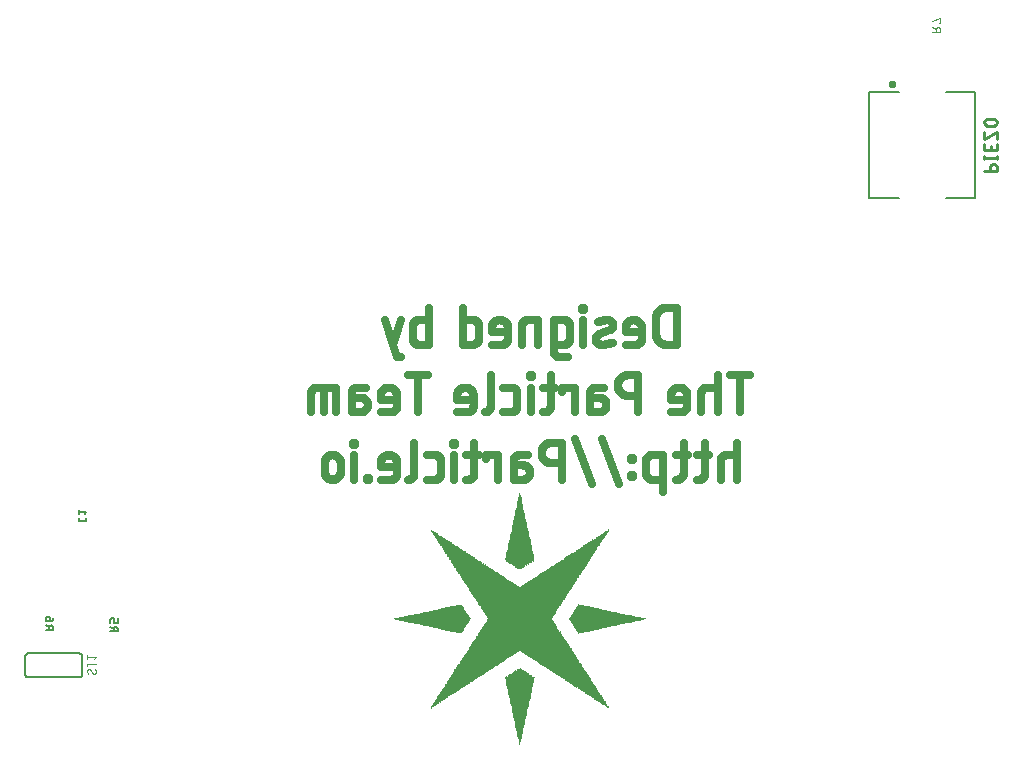
<source format=gbr>
G04 EAGLE Gerber X2 export*
%TF.Part,Single*%
%TF.FileFunction,Legend,Bot,1*%
%TF.FilePolarity,Positive*%
%TF.GenerationSoftware,Autodesk,EAGLE,9.0.0*%
%TF.CreationDate,2018-05-04T20:30:49Z*%
G75*
%MOMM*%
%FSLAX34Y34*%
%LPD*%
%AMOC8*
5,1,8,0,0,1.08239X$1,22.5*%
G01*
%ADD10C,0.685800*%
%ADD11C,0.152400*%
%ADD12C,0.127000*%
%ADD13C,0.300000*%
%ADD14C,0.228600*%
%ADD15C,0.076200*%
%ADD16R,0.050000X0.060000*%
%ADD17R,0.060000X0.060000*%
%ADD18R,0.050000X0.110000*%
%ADD19R,0.060000X0.160000*%
%ADD20R,0.050000X0.160000*%
%ADD21R,0.050000X0.280000*%
%ADD22R,0.060000X0.280000*%
%ADD23R,0.060000X0.380000*%
%ADD24R,0.050000X0.380000*%
%ADD25R,0.050000X0.430000*%
%ADD26R,0.060000X0.480000*%
%ADD27R,0.050000X0.480000*%
%ADD28R,0.060000X0.600000*%
%ADD29R,0.050000X0.600000*%
%ADD30R,0.060000X0.700000*%
%ADD31R,0.050000X0.700000*%
%ADD32R,0.050000X0.760000*%
%ADD33R,0.060000X0.820000*%
%ADD34R,0.050000X0.820000*%
%ADD35R,0.060000X0.870000*%
%ADD36R,0.050000X0.920000*%
%ADD37R,0.060000X0.920000*%
%ADD38R,0.050000X0.980000*%
%ADD39R,0.060000X1.040000*%
%ADD40R,0.050000X1.040000*%
%ADD41R,0.050000X1.090000*%
%ADD42R,0.060000X1.140000*%
%ADD43R,0.050000X1.140000*%
%ADD44R,0.060000X1.190000*%
%ADD45R,0.050000X1.240000*%
%ADD46R,0.060000X1.240000*%
%ADD47R,0.060000X1.300000*%
%ADD48R,0.050000X1.360000*%
%ADD49R,0.060000X1.360000*%
%ADD50R,0.060000X0.050000*%
%ADD51R,0.060000X1.410000*%
%ADD52R,0.050000X0.220000*%
%ADD53R,0.050000X1.460000*%
%ADD54R,0.050000X0.210000*%
%ADD55R,0.050000X0.270000*%
%ADD56R,0.060000X0.320000*%
%ADD57R,0.060000X1.460000*%
%ADD58R,0.060000X0.270000*%
%ADD59R,0.060000X1.580000*%
%ADD60R,0.060000X0.440000*%
%ADD61R,0.050000X0.490000*%
%ADD62R,0.050000X1.580000*%
%ADD63R,0.060000X0.490000*%
%ADD64R,0.060000X0.540000*%
%ADD65R,0.050000X0.550000*%
%ADD66R,0.050000X1.680000*%
%ADD67R,0.050000X0.590000*%
%ADD68R,0.060000X0.650000*%
%ADD69R,0.060000X1.680000*%
%ADD70R,0.050000X0.710000*%
%ADD71R,0.060000X0.760000*%
%ADD72R,0.050000X1.740000*%
%ADD73R,0.050000X0.810000*%
%ADD74R,0.060000X0.860000*%
%ADD75R,0.060000X1.800000*%
%ADD76R,0.060000X0.810000*%
%ADD77R,0.050000X0.870000*%
%ADD78R,0.050000X1.800000*%
%ADD79R,0.050000X0.930000*%
%ADD80R,0.060000X1.850000*%
%ADD81R,0.060000X0.980000*%
%ADD82R,0.050000X1.030000*%
%ADD83R,0.050000X1.850000*%
%ADD84R,0.060000X1.900000*%
%ADD85R,0.060000X1.090000*%
%ADD86R,0.050000X1.900000*%
%ADD87R,0.050000X1.080000*%
%ADD88R,0.050000X1.200000*%
%ADD89R,0.050000X1.950000*%
%ADD90R,0.050000X1.250000*%
%ADD91R,0.050000X1.310000*%
%ADD92R,0.060000X2.000000*%
%ADD93R,0.060000X1.350000*%
%ADD94R,0.050000X2.000000*%
%ADD95R,0.060000X1.420000*%
%ADD96R,0.050000X1.470000*%
%ADD97R,0.050000X2.060000*%
%ADD98R,0.060000X2.120000*%
%ADD99R,0.060000X1.520000*%
%ADD100R,0.050000X1.570000*%
%ADD101R,0.050000X2.120000*%
%ADD102R,0.050000X1.520000*%
%ADD103R,0.050000X1.630000*%
%ADD104R,0.060000X1.740000*%
%ADD105R,0.060000X2.170000*%
%ADD106R,0.050000X2.170000*%
%ADD107R,0.050000X1.690000*%
%ADD108R,0.060000X1.790000*%
%ADD109R,0.060000X2.220000*%
%ADD110R,0.050000X2.220000*%
%ADD111R,0.050000X1.790000*%
%ADD112R,0.050000X2.280000*%
%ADD113R,0.050000X1.960000*%
%ADD114R,0.060000X2.010000*%
%ADD115R,0.060000X2.280000*%
%ADD116R,0.060000X1.960000*%
%ADD117R,0.050000X2.010000*%
%ADD118R,0.050000X2.340000*%
%ADD119R,0.060000X2.340000*%
%ADD120R,0.050000X2.180000*%
%ADD121R,0.050000X2.390000*%
%ADD122R,0.060000X2.390000*%
%ADD123R,0.050000X2.440000*%
%ADD124R,0.050000X2.230000*%
%ADD125R,0.060000X2.440000*%
%ADD126R,0.050000X2.500000*%
%ADD127R,0.050000X2.330000*%
%ADD128R,0.050000X2.550000*%
%ADD129R,0.060000X2.560000*%
%ADD130R,0.050000X2.670000*%
%ADD131R,0.050000X2.610000*%
%ADD132R,0.060000X2.660000*%
%ADD133R,0.060000X2.610000*%
%ADD134R,0.050000X2.720000*%
%ADD135R,0.050000X2.770000*%
%ADD136R,0.050000X1.190000*%
%ADD137R,0.060000X2.820000*%
%ADD138R,0.060000X2.770000*%
%ADD139R,0.050000X2.880000*%
%ADD140R,0.060000X2.880000*%
%ADD141R,0.050000X2.980000*%
%ADD142R,0.060000X2.990000*%
%ADD143R,0.050000X3.100000*%
%ADD144R,0.050000X3.040000*%
%ADD145R,0.050000X3.090000*%
%ADD146R,0.060000X3.150000*%
%ADD147R,0.050000X3.200000*%
%ADD148R,0.050000X3.150000*%
%ADD149R,0.060000X3.260000*%
%ADD150R,0.050000X3.310000*%
%ADD151R,0.060000X3.370000*%
%ADD152R,0.060000X3.320000*%
%ADD153R,0.050000X3.420000*%
%ADD154R,0.060000X3.470000*%
%ADD155R,0.060000X3.480000*%
%ADD156R,0.050000X3.530000*%
%ADD157R,0.050000X3.470000*%
%ADD158R,0.060000X3.580000*%
%ADD159R,0.050000X3.630000*%
%ADD160R,0.050000X3.580000*%
%ADD161R,0.060000X3.690000*%
%ADD162R,0.050000X3.700000*%
%ADD163R,0.050000X3.810000*%
%ADD164R,0.050000X3.750000*%
%ADD165R,0.060000X3.800000*%
%ADD166R,0.050000X3.910000*%
%ADD167R,0.050000X3.860000*%
%ADD168R,0.060000X3.910000*%
%ADD169R,0.060000X3.850000*%
%ADD170R,0.050000X3.960000*%
%ADD171R,0.060000X4.020000*%
%ADD172R,0.060000X3.970000*%
%ADD173R,0.050000X4.080000*%
%ADD174R,0.060000X4.120000*%
%ADD175R,0.050000X4.180000*%
%ADD176R,0.050000X4.240000*%
%ADD177R,0.060000X4.240000*%
%ADD178R,0.060000X4.300000*%
%ADD179R,0.050000X4.350000*%
%ADD180R,0.050000X4.290000*%
%ADD181R,0.060000X4.400000*%
%ADD182R,0.050000X4.450000*%
%ADD183R,0.050000X4.400000*%
%ADD184R,0.060000X8.800000*%
%ADD185R,0.050000X8.740000*%
%ADD186R,0.050000X8.690000*%
%ADD187R,0.060000X8.580000*%
%ADD188R,0.050000X8.520000*%
%ADD189R,0.060000X8.470000*%
%ADD190R,0.050000X8.420000*%
%ADD191R,0.060000X8.320000*%
%ADD192R,0.050000X8.260000*%
%ADD193R,0.050000X8.200000*%
%ADD194R,0.060000X8.100000*%
%ADD195R,0.050000X8.040000*%
%ADD196R,0.060000X7.980000*%
%ADD197R,0.050000X7.930000*%
%ADD198R,0.060000X7.820000*%
%ADD199R,0.050000X7.760000*%
%ADD200R,0.050000X7.710000*%
%ADD201R,0.060000X7.610000*%
%ADD202R,0.050000X7.560000*%
%ADD203R,0.060000X7.440000*%
%ADD204R,0.050000X7.440000*%
%ADD205R,0.060000X7.340000*%
%ADD206R,0.050000X7.280000*%
%ADD207R,0.050000X7.170000*%
%ADD208R,0.060000X7.120000*%
%ADD209R,0.050000X7.060000*%
%ADD210R,0.060000X7.000000*%
%ADD211R,0.050000X0.320000*%
%ADD212R,0.050000X6.900000*%
%ADD213R,0.060000X0.590000*%
%ADD214R,0.060000X6.850000*%
%ADD215R,0.050000X6.800000*%
%ADD216R,0.060000X6.680000*%
%ADD217R,0.050000X6.630000*%
%ADD218R,0.050000X6.580000*%
%ADD219R,0.060000X6.460000*%
%ADD220R,0.060000X2.060000*%
%ADD221R,0.050000X6.410000*%
%ADD222R,0.060000X6.360000*%
%ADD223R,0.050000X2.830000*%
%ADD224R,0.050000X6.240000*%
%ADD225R,0.060000X3.100000*%
%ADD226R,0.060000X6.190000*%
%ADD227R,0.050000X6.140000*%
%ADD228R,0.050000X3.690000*%
%ADD229R,0.050000X6.080000*%
%ADD230R,0.060000X6.020000*%
%ADD231R,0.050000X5.920000*%
%ADD232R,0.060000X4.560000*%
%ADD233R,0.060000X5.870000*%
%ADD234R,0.050000X4.840000*%
%ADD235R,0.050000X5.820000*%
%ADD236R,0.060000X5.110000*%
%ADD237R,0.060000X5.700000*%
%ADD238R,0.060000X5.160000*%
%ADD239R,0.050000X5.430000*%
%ADD240R,0.050000X5.650000*%
%ADD241R,0.050000X5.710000*%
%ADD242R,0.050000X5.600000*%
%ADD243R,0.060000X5.980000*%
%ADD244R,0.060000X5.540000*%
%ADD245R,0.060000X6.030000*%
%ADD246R,0.050000X6.250000*%
%ADD247R,0.050000X5.480000*%
%ADD248R,0.050000X6.300000*%
%ADD249R,0.060000X5.380000*%
%ADD250R,0.060000X6.510000*%
%ADD251R,0.050000X5.380000*%
%ADD252R,0.060000X5.760000*%
%ADD253R,0.060000X5.100000*%
%ADD254R,0.060000X4.510000*%
%ADD255R,0.050000X5.970000*%
%ADD256R,0.050000X4.230000*%
%ADD257R,0.050000X3.640000*%
%ADD258R,0.050000X3.360000*%
%ADD259R,0.060000X3.040000*%
%ADD260R,0.060000X1.950000*%
%ADD261R,0.060000X1.080000*%
%ADD262R,0.050000X7.220000*%
%ADD263R,0.060000X7.500000*%
%ADD264R,0.060000X7.660000*%
%ADD265R,0.060000X7.880000*%
%ADD266R,0.060000X8.640000*%
%ADD267R,0.060000X8.860000*%
%ADD268R,0.060000X4.340000*%
%ADD269R,0.050000X4.300000*%
%ADD270R,0.060000X4.290000*%
%ADD271R,0.050000X4.130000*%
%ADD272R,0.060000X4.070000*%
%ADD273R,0.050000X4.020000*%
%ADD274R,0.060000X3.640000*%
%ADD275R,0.060000X3.530000*%
%ADD276R,0.060000X3.420000*%
%ADD277R,0.050000X3.370000*%
%ADD278R,0.060000X3.310000*%
%ADD279R,0.050000X3.320000*%
%ADD280R,0.050000X3.260000*%
%ADD281R,0.060000X3.210000*%
%ADD282R,0.060000X2.980000*%
%ADD283R,0.050000X2.930000*%
%ADD284R,0.050000X2.710000*%
%ADD285R,0.050000X1.410000*%
%ADD286R,0.060000X2.500000*%
%ADD287R,0.060000X2.230000*%
%ADD288R,0.050000X2.070000*%
%ADD289R,0.060000X1.910000*%
%ADD290R,0.060000X1.840000*%
%ADD291R,0.060000X1.690000*%
%ADD292R,0.060000X1.630000*%
%ADD293R,0.060000X1.530000*%
%ADD294R,0.060000X1.470000*%
%ADD295R,0.050000X1.420000*%
%ADD296R,0.050000X1.350000*%
%ADD297R,0.060000X1.030000*%
%ADD298R,0.060000X0.710000*%
%ADD299R,0.050000X0.650000*%
%ADD300R,0.050000X0.540000*%
%ADD301R,0.060000X0.430000*%
%ADD302R,0.050000X0.440000*%
%ADD303R,0.050000X0.330000*%


D10*
X681069Y592709D02*
X681069Y623951D01*
X672391Y623951D01*
X672178Y623948D01*
X671965Y623941D01*
X671753Y623927D01*
X671540Y623909D01*
X671329Y623886D01*
X671118Y623857D01*
X670907Y623823D01*
X670698Y623784D01*
X670490Y623740D01*
X670282Y623691D01*
X670076Y623637D01*
X669872Y623577D01*
X669669Y623513D01*
X669467Y623444D01*
X669268Y623370D01*
X669070Y623290D01*
X668874Y623207D01*
X668681Y623118D01*
X668489Y623024D01*
X668300Y622926D01*
X668114Y622824D01*
X667930Y622716D01*
X667748Y622605D01*
X667570Y622488D01*
X667394Y622368D01*
X667222Y622243D01*
X667052Y622114D01*
X666886Y621981D01*
X666723Y621844D01*
X666563Y621703D01*
X666407Y621558D01*
X666255Y621409D01*
X666106Y621257D01*
X665961Y621101D01*
X665820Y620941D01*
X665683Y620778D01*
X665550Y620612D01*
X665421Y620442D01*
X665296Y620270D01*
X665176Y620094D01*
X665059Y619916D01*
X664948Y619734D01*
X664840Y619550D01*
X664738Y619364D01*
X664640Y619175D01*
X664546Y618983D01*
X664457Y618790D01*
X664374Y618594D01*
X664294Y618396D01*
X664220Y618197D01*
X664151Y617995D01*
X664087Y617792D01*
X664027Y617588D01*
X663973Y617382D01*
X663924Y617174D01*
X663880Y616966D01*
X663841Y616757D01*
X663807Y616546D01*
X663778Y616335D01*
X663755Y616124D01*
X663737Y615911D01*
X663723Y615699D01*
X663716Y615486D01*
X663713Y615273D01*
X663713Y601387D01*
X663716Y601177D01*
X663723Y600968D01*
X663736Y600758D01*
X663754Y600549D01*
X663776Y600341D01*
X663804Y600133D01*
X663837Y599926D01*
X663875Y599720D01*
X663917Y599514D01*
X663965Y599310D01*
X664018Y599107D01*
X664075Y598906D01*
X664138Y598705D01*
X664205Y598507D01*
X664277Y598310D01*
X664354Y598115D01*
X664435Y597921D01*
X664521Y597730D01*
X664612Y597541D01*
X664707Y597354D01*
X664807Y597170D01*
X664911Y596988D01*
X665019Y596808D01*
X665132Y596631D01*
X665249Y596457D01*
X665370Y596286D01*
X665496Y596118D01*
X665625Y595953D01*
X665758Y595791D01*
X665895Y595632D01*
X666036Y595477D01*
X666181Y595325D01*
X666329Y595177D01*
X666481Y595032D01*
X666636Y594891D01*
X666795Y594754D01*
X666957Y594621D01*
X667122Y594492D01*
X667290Y594366D01*
X667461Y594245D01*
X667635Y594128D01*
X667812Y594015D01*
X667992Y593907D01*
X668174Y593803D01*
X668358Y593703D01*
X668545Y593608D01*
X668734Y593517D01*
X668925Y593431D01*
X669119Y593350D01*
X669314Y593273D01*
X669511Y593201D01*
X669709Y593134D01*
X669910Y593071D01*
X670111Y593014D01*
X670314Y592961D01*
X670518Y592913D01*
X670724Y592871D01*
X670930Y592833D01*
X671137Y592800D01*
X671345Y592772D01*
X671553Y592750D01*
X671762Y592732D01*
X671972Y592719D01*
X672181Y592712D01*
X672391Y592709D01*
X681069Y592709D01*
X646504Y592709D02*
X637826Y592709D01*
X646504Y592709D02*
X646647Y592711D01*
X646791Y592717D01*
X646934Y592727D01*
X647077Y592741D01*
X647219Y592758D01*
X647361Y592780D01*
X647502Y592806D01*
X647643Y592835D01*
X647782Y592868D01*
X647921Y592905D01*
X648058Y592946D01*
X648195Y592991D01*
X648330Y593040D01*
X648463Y593092D01*
X648596Y593148D01*
X648726Y593207D01*
X648855Y593270D01*
X648982Y593337D01*
X649108Y593407D01*
X649231Y593480D01*
X649352Y593557D01*
X649471Y593637D01*
X649588Y593720D01*
X649702Y593807D01*
X649814Y593897D01*
X649924Y593989D01*
X650031Y594085D01*
X650135Y594184D01*
X650236Y594285D01*
X650335Y594389D01*
X650431Y594496D01*
X650523Y594606D01*
X650613Y594718D01*
X650700Y594832D01*
X650783Y594949D01*
X650863Y595068D01*
X650940Y595189D01*
X651013Y595313D01*
X651083Y595438D01*
X651150Y595565D01*
X651213Y595694D01*
X651272Y595824D01*
X651328Y595957D01*
X651380Y596090D01*
X651429Y596225D01*
X651474Y596362D01*
X651515Y596499D01*
X651552Y596638D01*
X651585Y596777D01*
X651614Y596918D01*
X651640Y597059D01*
X651662Y597201D01*
X651679Y597343D01*
X651693Y597486D01*
X651703Y597629D01*
X651709Y597773D01*
X651711Y597916D01*
X651711Y606594D01*
X651709Y606763D01*
X651703Y606932D01*
X651692Y607101D01*
X651678Y607269D01*
X651660Y607437D01*
X651637Y607605D01*
X651610Y607772D01*
X651580Y607938D01*
X651545Y608104D01*
X651506Y608268D01*
X651463Y608432D01*
X651417Y608594D01*
X651366Y608756D01*
X651311Y608916D01*
X651253Y609074D01*
X651191Y609231D01*
X651124Y609387D01*
X651055Y609541D01*
X650981Y609693D01*
X650904Y609844D01*
X650823Y609992D01*
X650738Y610138D01*
X650650Y610283D01*
X650558Y610425D01*
X650463Y610565D01*
X650365Y610702D01*
X650263Y610837D01*
X650158Y610970D01*
X650050Y611100D01*
X649939Y611227D01*
X649825Y611352D01*
X649707Y611473D01*
X649587Y611592D01*
X649464Y611708D01*
X649338Y611821D01*
X649209Y611931D01*
X649078Y612037D01*
X648944Y612141D01*
X648808Y612241D01*
X648669Y612337D01*
X648528Y612431D01*
X648385Y612520D01*
X648240Y612607D01*
X648092Y612690D01*
X647943Y612769D01*
X647791Y612844D01*
X647638Y612916D01*
X647483Y612984D01*
X647327Y613048D01*
X647169Y613109D01*
X647010Y613165D01*
X646849Y613218D01*
X646687Y613266D01*
X646524Y613311D01*
X646360Y613352D01*
X646195Y613389D01*
X646029Y613422D01*
X645862Y613450D01*
X645695Y613475D01*
X645527Y613495D01*
X645359Y613512D01*
X645190Y613524D01*
X645022Y613532D01*
X644853Y613536D01*
X644683Y613536D01*
X644514Y613532D01*
X644346Y613524D01*
X644177Y613512D01*
X644009Y613495D01*
X643841Y613475D01*
X643674Y613450D01*
X643507Y613422D01*
X643341Y613389D01*
X643176Y613352D01*
X643012Y613311D01*
X642849Y613266D01*
X642687Y613218D01*
X642526Y613165D01*
X642367Y613109D01*
X642209Y613048D01*
X642053Y612984D01*
X641898Y612916D01*
X641745Y612844D01*
X641593Y612769D01*
X641444Y612690D01*
X641297Y612607D01*
X641151Y612520D01*
X641008Y612431D01*
X640867Y612337D01*
X640728Y612241D01*
X640592Y612141D01*
X640458Y612037D01*
X640327Y611931D01*
X640198Y611821D01*
X640072Y611708D01*
X639949Y611592D01*
X639829Y611473D01*
X639711Y611352D01*
X639597Y611227D01*
X639486Y611100D01*
X639378Y610970D01*
X639273Y610837D01*
X639171Y610702D01*
X639073Y610565D01*
X638978Y610425D01*
X638886Y610283D01*
X638798Y610138D01*
X638713Y609992D01*
X638632Y609844D01*
X638555Y609693D01*
X638481Y609541D01*
X638412Y609387D01*
X638345Y609231D01*
X638283Y609074D01*
X638225Y608916D01*
X638170Y608756D01*
X638119Y608594D01*
X638073Y608432D01*
X638030Y608268D01*
X637991Y608104D01*
X637956Y607938D01*
X637926Y607772D01*
X637899Y607605D01*
X637876Y607437D01*
X637858Y607269D01*
X637844Y607101D01*
X637833Y606932D01*
X637827Y606763D01*
X637825Y606594D01*
X637826Y606594D02*
X637826Y603123D01*
X651711Y603123D01*
X624343Y604859D02*
X615664Y601387D01*
X624342Y604859D02*
X624465Y604910D01*
X624586Y604965D01*
X624705Y605023D01*
X624823Y605085D01*
X624939Y605150D01*
X625052Y605219D01*
X625164Y605291D01*
X625274Y605366D01*
X625381Y605444D01*
X625486Y605526D01*
X625588Y605611D01*
X625688Y605698D01*
X625785Y605789D01*
X625880Y605882D01*
X625972Y605978D01*
X626060Y606077D01*
X626146Y606178D01*
X626229Y606282D01*
X626309Y606388D01*
X626386Y606497D01*
X626459Y606608D01*
X626529Y606721D01*
X626596Y606835D01*
X626659Y606952D01*
X626719Y607071D01*
X626775Y607191D01*
X626828Y607313D01*
X626877Y607437D01*
X626922Y607562D01*
X626964Y607688D01*
X627002Y607815D01*
X627036Y607943D01*
X627066Y608073D01*
X627093Y608203D01*
X627116Y608334D01*
X627135Y608465D01*
X627149Y608597D01*
X627160Y608730D01*
X627168Y608862D01*
X627171Y608995D01*
X627170Y609128D01*
X627165Y609261D01*
X627157Y609393D01*
X627144Y609526D01*
X627128Y609658D01*
X627108Y609789D01*
X627084Y609920D01*
X627056Y610049D01*
X627024Y610178D01*
X626988Y610306D01*
X626949Y610433D01*
X626906Y610559D01*
X626859Y610683D01*
X626809Y610806D01*
X626755Y610928D01*
X626697Y611047D01*
X626636Y611165D01*
X626571Y611281D01*
X626503Y611396D01*
X626432Y611508D01*
X626357Y611618D01*
X626280Y611725D01*
X626199Y611831D01*
X626115Y611934D01*
X626028Y612034D01*
X625938Y612132D01*
X625845Y612227D01*
X625749Y612319D01*
X625651Y612409D01*
X625550Y612495D01*
X625447Y612579D01*
X625341Y612659D01*
X625233Y612736D01*
X625123Y612810D01*
X625010Y612881D01*
X624896Y612949D01*
X624779Y613012D01*
X624661Y613073D01*
X624541Y613130D01*
X624419Y613183D01*
X624296Y613233D01*
X624172Y613279D01*
X624046Y613322D01*
X623919Y613361D01*
X623791Y613396D01*
X623661Y613427D01*
X623531Y613454D01*
X623401Y613477D01*
X623269Y613497D01*
X623137Y613513D01*
X623005Y613525D01*
X622872Y613532D01*
X622740Y613536D01*
X622607Y613537D01*
X622134Y613525D01*
X621660Y613501D01*
X621188Y613465D01*
X620716Y613419D01*
X620246Y613361D01*
X619777Y613292D01*
X619310Y613211D01*
X618845Y613120D01*
X618382Y613017D01*
X617922Y612903D01*
X617465Y612778D01*
X617011Y612642D01*
X616560Y612495D01*
X616113Y612338D01*
X615670Y612170D01*
X615231Y611991D01*
X614797Y611801D01*
X615665Y601387D02*
X615542Y601336D01*
X615421Y601281D01*
X615302Y601223D01*
X615184Y601161D01*
X615068Y601096D01*
X614955Y601027D01*
X614843Y600955D01*
X614733Y600880D01*
X614626Y600802D01*
X614521Y600720D01*
X614419Y600635D01*
X614319Y600548D01*
X614222Y600457D01*
X614127Y600364D01*
X614035Y600268D01*
X613947Y600169D01*
X613861Y600068D01*
X613778Y599964D01*
X613698Y599858D01*
X613621Y599749D01*
X613548Y599638D01*
X613478Y599525D01*
X613411Y599411D01*
X613348Y599294D01*
X613288Y599175D01*
X613232Y599055D01*
X613179Y598933D01*
X613130Y598809D01*
X613085Y598684D01*
X613043Y598558D01*
X613005Y598431D01*
X612971Y598303D01*
X612941Y598173D01*
X612914Y598043D01*
X612891Y597912D01*
X612872Y597781D01*
X612858Y597649D01*
X612847Y597516D01*
X612839Y597384D01*
X612836Y597251D01*
X612837Y597118D01*
X612842Y596985D01*
X612850Y596853D01*
X612863Y596720D01*
X612879Y596588D01*
X612899Y596457D01*
X612923Y596326D01*
X612951Y596197D01*
X612983Y596068D01*
X613019Y595940D01*
X613058Y595813D01*
X613101Y595687D01*
X613148Y595563D01*
X613198Y595440D01*
X613252Y595318D01*
X613310Y595199D01*
X613371Y595081D01*
X613436Y594965D01*
X613504Y594850D01*
X613575Y594738D01*
X613650Y594628D01*
X613727Y594521D01*
X613808Y594415D01*
X613892Y594312D01*
X613979Y594212D01*
X614069Y594114D01*
X614162Y594019D01*
X614258Y593927D01*
X614356Y593837D01*
X614457Y593751D01*
X614560Y593667D01*
X614666Y593587D01*
X614774Y593510D01*
X614884Y593436D01*
X614997Y593365D01*
X615111Y593298D01*
X615228Y593234D01*
X615346Y593173D01*
X615466Y593116D01*
X615587Y593063D01*
X615711Y593013D01*
X615835Y592967D01*
X615961Y592924D01*
X616088Y592885D01*
X616216Y592851D01*
X616346Y592819D01*
X616476Y592792D01*
X616606Y592769D01*
X616738Y592749D01*
X616870Y592733D01*
X617002Y592721D01*
X617135Y592714D01*
X617267Y592710D01*
X617400Y592709D01*
X617399Y592709D02*
X618095Y592727D01*
X618791Y592762D01*
X619485Y592813D01*
X620178Y592880D01*
X620869Y592964D01*
X621558Y593064D01*
X622245Y593181D01*
X622928Y593313D01*
X623608Y593462D01*
X624285Y593627D01*
X624957Y593808D01*
X625625Y594004D01*
X626288Y594217D01*
X626946Y594445D01*
X601906Y592709D02*
X601906Y613537D01*
X602774Y622215D02*
X602774Y623951D01*
X601038Y623951D01*
X601038Y622215D01*
X602774Y622215D01*
X585641Y592709D02*
X576963Y592709D01*
X585641Y592709D02*
X585784Y592711D01*
X585928Y592717D01*
X586071Y592727D01*
X586214Y592741D01*
X586356Y592758D01*
X586498Y592780D01*
X586639Y592806D01*
X586780Y592835D01*
X586919Y592868D01*
X587058Y592905D01*
X587195Y592946D01*
X587332Y592991D01*
X587467Y593040D01*
X587600Y593092D01*
X587733Y593148D01*
X587863Y593207D01*
X587992Y593270D01*
X588119Y593337D01*
X588245Y593407D01*
X588368Y593480D01*
X588489Y593557D01*
X588608Y593637D01*
X588725Y593720D01*
X588839Y593807D01*
X588951Y593897D01*
X589061Y593989D01*
X589168Y594085D01*
X589272Y594184D01*
X589373Y594285D01*
X589472Y594389D01*
X589568Y594496D01*
X589660Y594606D01*
X589750Y594718D01*
X589837Y594832D01*
X589920Y594949D01*
X590000Y595068D01*
X590077Y595189D01*
X590150Y595313D01*
X590220Y595438D01*
X590287Y595565D01*
X590350Y595694D01*
X590409Y595824D01*
X590465Y595957D01*
X590517Y596090D01*
X590566Y596225D01*
X590611Y596362D01*
X590652Y596499D01*
X590689Y596638D01*
X590722Y596777D01*
X590751Y596918D01*
X590777Y597059D01*
X590799Y597201D01*
X590816Y597343D01*
X590830Y597486D01*
X590840Y597629D01*
X590846Y597773D01*
X590848Y597916D01*
X590848Y608330D01*
X590846Y608473D01*
X590840Y608617D01*
X590830Y608760D01*
X590816Y608903D01*
X590799Y609045D01*
X590777Y609187D01*
X590751Y609328D01*
X590722Y609469D01*
X590689Y609608D01*
X590652Y609747D01*
X590611Y609884D01*
X590566Y610021D01*
X590517Y610156D01*
X590465Y610289D01*
X590409Y610422D01*
X590350Y610552D01*
X590287Y610681D01*
X590220Y610808D01*
X590150Y610934D01*
X590077Y611057D01*
X590000Y611178D01*
X589920Y611297D01*
X589837Y611414D01*
X589750Y611528D01*
X589660Y611640D01*
X589568Y611750D01*
X589472Y611857D01*
X589373Y611961D01*
X589272Y612062D01*
X589168Y612161D01*
X589061Y612257D01*
X588951Y612349D01*
X588839Y612439D01*
X588725Y612526D01*
X588608Y612609D01*
X588489Y612689D01*
X588368Y612766D01*
X588245Y612839D01*
X588119Y612909D01*
X587992Y612976D01*
X587863Y613039D01*
X587733Y613098D01*
X587600Y613154D01*
X587467Y613206D01*
X587332Y613255D01*
X587195Y613300D01*
X587058Y613341D01*
X586919Y613378D01*
X586780Y613411D01*
X586639Y613440D01*
X586498Y613466D01*
X586356Y613488D01*
X586214Y613505D01*
X586071Y613519D01*
X585928Y613529D01*
X585784Y613535D01*
X585641Y613537D01*
X576963Y613537D01*
X576963Y587502D01*
X576965Y587359D01*
X576971Y587215D01*
X576981Y587072D01*
X576995Y586929D01*
X577012Y586787D01*
X577034Y586645D01*
X577060Y586504D01*
X577089Y586363D01*
X577122Y586224D01*
X577159Y586085D01*
X577200Y585948D01*
X577245Y585811D01*
X577294Y585676D01*
X577346Y585543D01*
X577402Y585410D01*
X577461Y585280D01*
X577524Y585151D01*
X577591Y585024D01*
X577661Y584899D01*
X577734Y584775D01*
X577811Y584654D01*
X577891Y584535D01*
X577974Y584418D01*
X578061Y584304D01*
X578151Y584192D01*
X578243Y584082D01*
X578339Y583975D01*
X578438Y583871D01*
X578539Y583770D01*
X578643Y583671D01*
X578750Y583575D01*
X578860Y583483D01*
X578972Y583393D01*
X579086Y583306D01*
X579203Y583223D01*
X579322Y583143D01*
X579443Y583066D01*
X579567Y582993D01*
X579692Y582923D01*
X579819Y582856D01*
X579948Y582793D01*
X580078Y582734D01*
X580211Y582678D01*
X580344Y582626D01*
X580479Y582577D01*
X580616Y582532D01*
X580753Y582491D01*
X580892Y582454D01*
X581031Y582421D01*
X581172Y582392D01*
X581313Y582366D01*
X581455Y582344D01*
X581597Y582327D01*
X581740Y582313D01*
X581883Y582303D01*
X582027Y582297D01*
X582170Y582295D01*
X589112Y582295D01*
X564081Y592709D02*
X564081Y613537D01*
X555403Y613537D01*
X555260Y613535D01*
X555116Y613529D01*
X554973Y613519D01*
X554830Y613505D01*
X554688Y613488D01*
X554546Y613466D01*
X554405Y613440D01*
X554264Y613411D01*
X554125Y613378D01*
X553986Y613341D01*
X553849Y613300D01*
X553712Y613255D01*
X553577Y613206D01*
X553444Y613154D01*
X553311Y613098D01*
X553181Y613039D01*
X553052Y612976D01*
X552925Y612909D01*
X552800Y612839D01*
X552676Y612766D01*
X552555Y612689D01*
X552436Y612609D01*
X552319Y612526D01*
X552205Y612439D01*
X552093Y612349D01*
X551983Y612257D01*
X551876Y612161D01*
X551772Y612062D01*
X551671Y611961D01*
X551572Y611857D01*
X551476Y611750D01*
X551384Y611640D01*
X551294Y611528D01*
X551207Y611414D01*
X551124Y611297D01*
X551044Y611178D01*
X550967Y611057D01*
X550894Y610934D01*
X550824Y610808D01*
X550757Y610681D01*
X550694Y610552D01*
X550635Y610422D01*
X550579Y610289D01*
X550527Y610156D01*
X550478Y610021D01*
X550433Y609884D01*
X550392Y609747D01*
X550355Y609608D01*
X550322Y609469D01*
X550293Y609328D01*
X550267Y609187D01*
X550245Y609045D01*
X550228Y608903D01*
X550214Y608760D01*
X550204Y608617D01*
X550198Y608473D01*
X550196Y608330D01*
X550196Y592709D01*
X533157Y592709D02*
X524478Y592709D01*
X533157Y592709D02*
X533300Y592711D01*
X533444Y592717D01*
X533587Y592727D01*
X533730Y592741D01*
X533872Y592758D01*
X534014Y592780D01*
X534155Y592806D01*
X534296Y592835D01*
X534435Y592868D01*
X534574Y592905D01*
X534711Y592946D01*
X534848Y592991D01*
X534983Y593040D01*
X535116Y593092D01*
X535249Y593148D01*
X535379Y593207D01*
X535508Y593270D01*
X535635Y593337D01*
X535761Y593407D01*
X535884Y593480D01*
X536005Y593557D01*
X536124Y593637D01*
X536241Y593720D01*
X536355Y593807D01*
X536467Y593897D01*
X536577Y593989D01*
X536684Y594085D01*
X536788Y594184D01*
X536889Y594285D01*
X536988Y594389D01*
X537084Y594496D01*
X537176Y594606D01*
X537266Y594718D01*
X537353Y594832D01*
X537436Y594949D01*
X537516Y595068D01*
X537593Y595189D01*
X537666Y595313D01*
X537736Y595438D01*
X537803Y595565D01*
X537866Y595694D01*
X537925Y595824D01*
X537981Y595957D01*
X538033Y596090D01*
X538082Y596225D01*
X538127Y596362D01*
X538168Y596499D01*
X538205Y596638D01*
X538238Y596777D01*
X538267Y596918D01*
X538293Y597059D01*
X538315Y597201D01*
X538332Y597343D01*
X538346Y597486D01*
X538356Y597629D01*
X538362Y597773D01*
X538364Y597916D01*
X538364Y606594D01*
X538362Y606763D01*
X538356Y606932D01*
X538345Y607101D01*
X538331Y607269D01*
X538313Y607437D01*
X538290Y607605D01*
X538263Y607772D01*
X538233Y607938D01*
X538198Y608104D01*
X538159Y608268D01*
X538116Y608432D01*
X538070Y608594D01*
X538019Y608756D01*
X537964Y608916D01*
X537906Y609074D01*
X537844Y609231D01*
X537777Y609387D01*
X537708Y609541D01*
X537634Y609693D01*
X537557Y609844D01*
X537476Y609992D01*
X537391Y610138D01*
X537303Y610283D01*
X537211Y610425D01*
X537116Y610565D01*
X537018Y610702D01*
X536916Y610837D01*
X536811Y610970D01*
X536703Y611100D01*
X536592Y611227D01*
X536478Y611352D01*
X536360Y611473D01*
X536240Y611592D01*
X536117Y611708D01*
X535991Y611821D01*
X535862Y611931D01*
X535731Y612037D01*
X535597Y612141D01*
X535461Y612241D01*
X535322Y612337D01*
X535181Y612431D01*
X535038Y612520D01*
X534893Y612607D01*
X534745Y612690D01*
X534596Y612769D01*
X534444Y612844D01*
X534291Y612916D01*
X534136Y612984D01*
X533980Y613048D01*
X533822Y613109D01*
X533663Y613165D01*
X533502Y613218D01*
X533340Y613266D01*
X533177Y613311D01*
X533013Y613352D01*
X532848Y613389D01*
X532682Y613422D01*
X532515Y613450D01*
X532348Y613475D01*
X532180Y613495D01*
X532012Y613512D01*
X531843Y613524D01*
X531675Y613532D01*
X531506Y613536D01*
X531336Y613536D01*
X531167Y613532D01*
X530999Y613524D01*
X530830Y613512D01*
X530662Y613495D01*
X530494Y613475D01*
X530327Y613450D01*
X530160Y613422D01*
X529994Y613389D01*
X529829Y613352D01*
X529665Y613311D01*
X529502Y613266D01*
X529340Y613218D01*
X529179Y613165D01*
X529020Y613109D01*
X528862Y613048D01*
X528706Y612984D01*
X528551Y612916D01*
X528398Y612844D01*
X528246Y612769D01*
X528097Y612690D01*
X527950Y612607D01*
X527804Y612520D01*
X527661Y612431D01*
X527520Y612337D01*
X527381Y612241D01*
X527245Y612141D01*
X527111Y612037D01*
X526980Y611931D01*
X526851Y611821D01*
X526725Y611708D01*
X526602Y611592D01*
X526482Y611473D01*
X526364Y611352D01*
X526250Y611227D01*
X526139Y611100D01*
X526031Y610970D01*
X525926Y610837D01*
X525824Y610702D01*
X525726Y610565D01*
X525631Y610425D01*
X525539Y610283D01*
X525451Y610138D01*
X525366Y609992D01*
X525285Y609844D01*
X525208Y609693D01*
X525134Y609541D01*
X525065Y609387D01*
X524998Y609231D01*
X524936Y609074D01*
X524878Y608916D01*
X524823Y608756D01*
X524772Y608594D01*
X524726Y608432D01*
X524683Y608268D01*
X524644Y608104D01*
X524609Y607938D01*
X524579Y607772D01*
X524552Y607605D01*
X524529Y607437D01*
X524511Y607269D01*
X524497Y607101D01*
X524486Y606932D01*
X524480Y606763D01*
X524478Y606594D01*
X524478Y603123D01*
X538364Y603123D01*
X499810Y592709D02*
X499810Y623951D01*
X499810Y592709D02*
X508488Y592709D01*
X508631Y592711D01*
X508775Y592717D01*
X508918Y592727D01*
X509061Y592741D01*
X509203Y592758D01*
X509345Y592780D01*
X509486Y592806D01*
X509627Y592835D01*
X509766Y592868D01*
X509905Y592905D01*
X510042Y592946D01*
X510179Y592991D01*
X510314Y593040D01*
X510447Y593092D01*
X510580Y593148D01*
X510710Y593207D01*
X510839Y593270D01*
X510966Y593337D01*
X511092Y593407D01*
X511215Y593480D01*
X511336Y593557D01*
X511455Y593637D01*
X511572Y593720D01*
X511686Y593807D01*
X511798Y593897D01*
X511908Y593989D01*
X512015Y594085D01*
X512119Y594184D01*
X512220Y594285D01*
X512319Y594389D01*
X512415Y594496D01*
X512507Y594606D01*
X512597Y594718D01*
X512684Y594832D01*
X512767Y594949D01*
X512847Y595068D01*
X512924Y595189D01*
X512997Y595313D01*
X513067Y595438D01*
X513134Y595565D01*
X513197Y595694D01*
X513256Y595824D01*
X513312Y595957D01*
X513364Y596090D01*
X513413Y596225D01*
X513458Y596362D01*
X513499Y596499D01*
X513536Y596638D01*
X513569Y596777D01*
X513598Y596918D01*
X513624Y597059D01*
X513646Y597201D01*
X513663Y597343D01*
X513677Y597486D01*
X513687Y597629D01*
X513693Y597773D01*
X513695Y597916D01*
X513695Y608330D01*
X513693Y608473D01*
X513687Y608617D01*
X513677Y608760D01*
X513663Y608903D01*
X513646Y609045D01*
X513624Y609187D01*
X513598Y609328D01*
X513569Y609469D01*
X513536Y609608D01*
X513499Y609747D01*
X513458Y609884D01*
X513413Y610021D01*
X513364Y610156D01*
X513312Y610289D01*
X513256Y610422D01*
X513197Y610552D01*
X513134Y610681D01*
X513067Y610808D01*
X512997Y610934D01*
X512924Y611057D01*
X512847Y611178D01*
X512767Y611297D01*
X512684Y611414D01*
X512597Y611528D01*
X512507Y611640D01*
X512415Y611750D01*
X512319Y611857D01*
X512220Y611961D01*
X512119Y612062D01*
X512015Y612161D01*
X511908Y612257D01*
X511798Y612349D01*
X511686Y612439D01*
X511572Y612526D01*
X511455Y612609D01*
X511336Y612689D01*
X511215Y612766D01*
X511092Y612839D01*
X510966Y612909D01*
X510839Y612976D01*
X510710Y613039D01*
X510580Y613098D01*
X510447Y613154D01*
X510314Y613206D01*
X510179Y613255D01*
X510042Y613300D01*
X509905Y613341D01*
X509766Y613378D01*
X509627Y613411D01*
X509486Y613440D01*
X509345Y613466D01*
X509203Y613488D01*
X509061Y613505D01*
X508918Y613519D01*
X508775Y613529D01*
X508631Y613535D01*
X508488Y613537D01*
X499810Y613537D01*
X471592Y623951D02*
X471592Y592709D01*
X462914Y592709D01*
X462771Y592711D01*
X462627Y592717D01*
X462484Y592727D01*
X462341Y592741D01*
X462199Y592758D01*
X462057Y592780D01*
X461916Y592806D01*
X461775Y592835D01*
X461636Y592868D01*
X461497Y592905D01*
X461360Y592946D01*
X461223Y592991D01*
X461088Y593040D01*
X460955Y593092D01*
X460822Y593148D01*
X460692Y593207D01*
X460563Y593270D01*
X460436Y593337D01*
X460310Y593407D01*
X460187Y593480D01*
X460066Y593557D01*
X459947Y593637D01*
X459830Y593720D01*
X459716Y593807D01*
X459604Y593897D01*
X459494Y593989D01*
X459387Y594085D01*
X459283Y594184D01*
X459182Y594285D01*
X459083Y594389D01*
X458987Y594496D01*
X458895Y594606D01*
X458805Y594718D01*
X458718Y594832D01*
X458635Y594949D01*
X458555Y595068D01*
X458478Y595189D01*
X458405Y595313D01*
X458335Y595438D01*
X458268Y595565D01*
X458205Y595694D01*
X458146Y595824D01*
X458090Y595957D01*
X458038Y596090D01*
X457989Y596225D01*
X457944Y596362D01*
X457903Y596499D01*
X457866Y596638D01*
X457833Y596777D01*
X457804Y596918D01*
X457778Y597059D01*
X457756Y597201D01*
X457739Y597343D01*
X457725Y597486D01*
X457715Y597629D01*
X457709Y597773D01*
X457707Y597916D01*
X457707Y608330D01*
X457709Y608473D01*
X457715Y608617D01*
X457725Y608760D01*
X457739Y608903D01*
X457756Y609045D01*
X457778Y609187D01*
X457804Y609328D01*
X457833Y609469D01*
X457866Y609608D01*
X457903Y609747D01*
X457944Y609884D01*
X457989Y610021D01*
X458038Y610156D01*
X458090Y610289D01*
X458146Y610422D01*
X458205Y610552D01*
X458268Y610681D01*
X458335Y610808D01*
X458405Y610934D01*
X458478Y611057D01*
X458555Y611178D01*
X458635Y611297D01*
X458718Y611414D01*
X458805Y611528D01*
X458895Y611640D01*
X458987Y611750D01*
X459083Y611857D01*
X459182Y611961D01*
X459283Y612062D01*
X459387Y612161D01*
X459494Y612257D01*
X459604Y612349D01*
X459716Y612439D01*
X459830Y612526D01*
X459947Y612609D01*
X460066Y612689D01*
X460187Y612766D01*
X460311Y612839D01*
X460436Y612909D01*
X460563Y612976D01*
X460692Y613039D01*
X460822Y613098D01*
X460955Y613154D01*
X461088Y613206D01*
X461223Y613255D01*
X461360Y613300D01*
X461497Y613341D01*
X461636Y613378D01*
X461775Y613411D01*
X461916Y613440D01*
X462057Y613466D01*
X462199Y613488D01*
X462341Y613505D01*
X462484Y613519D01*
X462627Y613529D01*
X462771Y613535D01*
X462914Y613537D01*
X471592Y613537D01*
X447876Y582295D02*
X444405Y582295D01*
X433991Y613537D01*
X447876Y613537D02*
X440933Y592709D01*
X734610Y566801D02*
X734610Y535559D01*
X725932Y566801D02*
X743289Y566801D01*
X715835Y566801D02*
X715835Y535559D01*
X715835Y556387D02*
X707157Y556387D01*
X707014Y556385D01*
X706870Y556379D01*
X706727Y556369D01*
X706584Y556355D01*
X706442Y556338D01*
X706300Y556316D01*
X706159Y556290D01*
X706018Y556261D01*
X705879Y556228D01*
X705740Y556191D01*
X705603Y556150D01*
X705466Y556105D01*
X705331Y556056D01*
X705198Y556004D01*
X705065Y555948D01*
X704935Y555889D01*
X704806Y555826D01*
X704679Y555759D01*
X704554Y555689D01*
X704430Y555616D01*
X704309Y555539D01*
X704190Y555459D01*
X704073Y555376D01*
X703959Y555289D01*
X703847Y555199D01*
X703737Y555107D01*
X703630Y555011D01*
X703526Y554912D01*
X703425Y554811D01*
X703326Y554707D01*
X703230Y554600D01*
X703138Y554490D01*
X703048Y554378D01*
X702961Y554264D01*
X702878Y554147D01*
X702798Y554028D01*
X702721Y553907D01*
X702648Y553784D01*
X702578Y553658D01*
X702511Y553531D01*
X702448Y553402D01*
X702389Y553272D01*
X702333Y553139D01*
X702281Y553006D01*
X702232Y552871D01*
X702187Y552734D01*
X702146Y552597D01*
X702109Y552458D01*
X702076Y552319D01*
X702047Y552178D01*
X702021Y552037D01*
X701999Y551895D01*
X701982Y551753D01*
X701968Y551610D01*
X701958Y551467D01*
X701952Y551323D01*
X701950Y551180D01*
X701950Y535559D01*
X684911Y535559D02*
X676233Y535559D01*
X684911Y535559D02*
X685054Y535561D01*
X685198Y535567D01*
X685341Y535577D01*
X685484Y535591D01*
X685626Y535608D01*
X685768Y535630D01*
X685909Y535656D01*
X686050Y535685D01*
X686189Y535718D01*
X686328Y535755D01*
X686465Y535796D01*
X686602Y535841D01*
X686737Y535890D01*
X686870Y535942D01*
X687003Y535998D01*
X687133Y536057D01*
X687262Y536120D01*
X687389Y536187D01*
X687515Y536257D01*
X687638Y536330D01*
X687759Y536407D01*
X687878Y536487D01*
X687995Y536570D01*
X688109Y536657D01*
X688221Y536747D01*
X688331Y536839D01*
X688438Y536935D01*
X688542Y537034D01*
X688643Y537135D01*
X688742Y537239D01*
X688838Y537346D01*
X688930Y537456D01*
X689020Y537568D01*
X689107Y537682D01*
X689190Y537799D01*
X689270Y537918D01*
X689347Y538039D01*
X689420Y538163D01*
X689490Y538288D01*
X689557Y538415D01*
X689620Y538544D01*
X689679Y538674D01*
X689735Y538807D01*
X689787Y538940D01*
X689836Y539075D01*
X689881Y539212D01*
X689922Y539349D01*
X689959Y539488D01*
X689992Y539627D01*
X690021Y539768D01*
X690047Y539909D01*
X690069Y540051D01*
X690086Y540193D01*
X690100Y540336D01*
X690110Y540479D01*
X690116Y540623D01*
X690118Y540766D01*
X690118Y549444D01*
X690116Y549613D01*
X690110Y549782D01*
X690099Y549951D01*
X690085Y550119D01*
X690067Y550287D01*
X690044Y550455D01*
X690017Y550622D01*
X689987Y550788D01*
X689952Y550954D01*
X689913Y551118D01*
X689870Y551282D01*
X689824Y551444D01*
X689773Y551606D01*
X689718Y551766D01*
X689660Y551924D01*
X689598Y552081D01*
X689531Y552237D01*
X689462Y552391D01*
X689388Y552543D01*
X689311Y552694D01*
X689230Y552842D01*
X689145Y552988D01*
X689057Y553133D01*
X688965Y553275D01*
X688870Y553415D01*
X688772Y553552D01*
X688670Y553687D01*
X688565Y553820D01*
X688457Y553950D01*
X688346Y554077D01*
X688232Y554202D01*
X688114Y554323D01*
X687994Y554442D01*
X687871Y554558D01*
X687745Y554671D01*
X687616Y554781D01*
X687485Y554887D01*
X687351Y554991D01*
X687215Y555091D01*
X687076Y555187D01*
X686935Y555281D01*
X686792Y555370D01*
X686647Y555457D01*
X686499Y555540D01*
X686350Y555619D01*
X686198Y555694D01*
X686045Y555766D01*
X685890Y555834D01*
X685734Y555898D01*
X685576Y555959D01*
X685417Y556015D01*
X685256Y556068D01*
X685094Y556116D01*
X684931Y556161D01*
X684767Y556202D01*
X684602Y556239D01*
X684436Y556272D01*
X684269Y556300D01*
X684102Y556325D01*
X683934Y556345D01*
X683766Y556362D01*
X683597Y556374D01*
X683429Y556382D01*
X683260Y556386D01*
X683090Y556386D01*
X682921Y556382D01*
X682753Y556374D01*
X682584Y556362D01*
X682416Y556345D01*
X682248Y556325D01*
X682081Y556300D01*
X681914Y556272D01*
X681748Y556239D01*
X681583Y556202D01*
X681419Y556161D01*
X681256Y556116D01*
X681094Y556068D01*
X680933Y556015D01*
X680774Y555959D01*
X680616Y555898D01*
X680460Y555834D01*
X680305Y555766D01*
X680152Y555694D01*
X680000Y555619D01*
X679851Y555540D01*
X679704Y555457D01*
X679558Y555370D01*
X679415Y555281D01*
X679274Y555187D01*
X679135Y555091D01*
X678999Y554991D01*
X678865Y554887D01*
X678734Y554781D01*
X678605Y554671D01*
X678479Y554558D01*
X678356Y554442D01*
X678236Y554323D01*
X678118Y554202D01*
X678004Y554077D01*
X677893Y553950D01*
X677785Y553820D01*
X677680Y553687D01*
X677578Y553552D01*
X677480Y553415D01*
X677385Y553275D01*
X677293Y553133D01*
X677205Y552988D01*
X677120Y552842D01*
X677039Y552694D01*
X676962Y552543D01*
X676888Y552391D01*
X676819Y552237D01*
X676752Y552081D01*
X676690Y551924D01*
X676632Y551766D01*
X676577Y551606D01*
X676526Y551444D01*
X676480Y551282D01*
X676437Y551118D01*
X676398Y550954D01*
X676363Y550788D01*
X676333Y550622D01*
X676306Y550455D01*
X676283Y550287D01*
X676265Y550119D01*
X676251Y549951D01*
X676240Y549782D01*
X676234Y549613D01*
X676232Y549444D01*
X676233Y549444D02*
X676233Y545973D01*
X690118Y545973D01*
X648709Y535559D02*
X648709Y566801D01*
X640031Y566801D01*
X639820Y566798D01*
X639608Y566791D01*
X639398Y566778D01*
X639187Y566760D01*
X638977Y566737D01*
X638767Y566709D01*
X638559Y566675D01*
X638351Y566637D01*
X638144Y566593D01*
X637938Y566545D01*
X637734Y566491D01*
X637531Y566433D01*
X637329Y566370D01*
X637129Y566301D01*
X636931Y566228D01*
X636734Y566150D01*
X636540Y566068D01*
X636348Y565980D01*
X636157Y565888D01*
X635969Y565792D01*
X635784Y565691D01*
X635601Y565585D01*
X635420Y565475D01*
X635243Y565360D01*
X635068Y565242D01*
X634896Y565119D01*
X634727Y564992D01*
X634562Y564860D01*
X634399Y564725D01*
X634240Y564586D01*
X634084Y564443D01*
X633932Y564297D01*
X633784Y564146D01*
X633639Y563992D01*
X633498Y563835D01*
X633361Y563674D01*
X633227Y563510D01*
X633098Y563343D01*
X632973Y563172D01*
X632852Y562999D01*
X632736Y562823D01*
X632624Y562644D01*
X632516Y562462D01*
X632412Y562278D01*
X632313Y562091D01*
X632219Y561902D01*
X632129Y561710D01*
X632044Y561517D01*
X631964Y561322D01*
X631888Y561124D01*
X631818Y560925D01*
X631752Y560724D01*
X631691Y560522D01*
X631635Y560318D01*
X631584Y560113D01*
X631538Y559907D01*
X631497Y559699D01*
X631461Y559491D01*
X631431Y559282D01*
X631405Y559072D01*
X631385Y558862D01*
X631369Y558651D01*
X631359Y558440D01*
X631354Y558229D01*
X631354Y558017D01*
X631359Y557806D01*
X631369Y557595D01*
X631385Y557384D01*
X631405Y557174D01*
X631431Y556964D01*
X631461Y556755D01*
X631497Y556547D01*
X631538Y556339D01*
X631584Y556133D01*
X631635Y555928D01*
X631691Y555724D01*
X631752Y555522D01*
X631818Y555321D01*
X631888Y555122D01*
X631964Y554924D01*
X632044Y554729D01*
X632129Y554536D01*
X632219Y554344D01*
X632313Y554155D01*
X632412Y553968D01*
X632516Y553784D01*
X632624Y553602D01*
X632736Y553423D01*
X632852Y553247D01*
X632973Y553074D01*
X633098Y552903D01*
X633227Y552736D01*
X633361Y552572D01*
X633498Y552411D01*
X633639Y552254D01*
X633784Y552100D01*
X633932Y551949D01*
X634084Y551803D01*
X634240Y551660D01*
X634399Y551521D01*
X634562Y551386D01*
X634727Y551254D01*
X634896Y551127D01*
X635068Y551004D01*
X635243Y550886D01*
X635420Y550771D01*
X635601Y550661D01*
X635784Y550555D01*
X635969Y550454D01*
X636157Y550358D01*
X636348Y550266D01*
X636540Y550178D01*
X636734Y550096D01*
X636931Y550018D01*
X637129Y549945D01*
X637329Y549876D01*
X637531Y549813D01*
X637734Y549755D01*
X637938Y549701D01*
X638144Y549653D01*
X638351Y549609D01*
X638559Y549571D01*
X638767Y549537D01*
X638977Y549509D01*
X639187Y549486D01*
X639398Y549468D01*
X639608Y549455D01*
X639820Y549448D01*
X640031Y549445D01*
X640031Y549444D02*
X648709Y549444D01*
X615560Y547709D02*
X607749Y547709D01*
X615560Y547709D02*
X615715Y547707D01*
X615870Y547701D01*
X616025Y547691D01*
X616180Y547677D01*
X616334Y547660D01*
X616487Y547638D01*
X616640Y547612D01*
X616793Y547583D01*
X616944Y547549D01*
X617095Y547512D01*
X617244Y547471D01*
X617393Y547426D01*
X617540Y547377D01*
X617686Y547325D01*
X617831Y547269D01*
X617974Y547209D01*
X618116Y547145D01*
X618256Y547078D01*
X618394Y547008D01*
X618530Y546933D01*
X618664Y546856D01*
X618797Y546775D01*
X618927Y546691D01*
X619055Y546603D01*
X619181Y546512D01*
X619304Y546418D01*
X619425Y546321D01*
X619544Y546221D01*
X619659Y546117D01*
X619773Y546011D01*
X619883Y545902D01*
X619991Y545790D01*
X620095Y545676D01*
X620197Y545559D01*
X620296Y545439D01*
X620391Y545317D01*
X620484Y545192D01*
X620573Y545065D01*
X620659Y544936D01*
X620742Y544805D01*
X620821Y544672D01*
X620897Y544536D01*
X620969Y544399D01*
X621038Y544260D01*
X621103Y544119D01*
X621165Y543977D01*
X621223Y543833D01*
X621277Y543687D01*
X621328Y543541D01*
X621375Y543393D01*
X621418Y543244D01*
X621457Y543094D01*
X621492Y542943D01*
X621524Y542791D01*
X621551Y542638D01*
X621575Y542485D01*
X621595Y542331D01*
X621611Y542176D01*
X621623Y542022D01*
X621631Y541867D01*
X621635Y541712D01*
X621635Y541556D01*
X621631Y541401D01*
X621623Y541246D01*
X621611Y541092D01*
X621595Y540937D01*
X621575Y540783D01*
X621551Y540630D01*
X621524Y540477D01*
X621492Y540325D01*
X621457Y540174D01*
X621418Y540024D01*
X621375Y539875D01*
X621328Y539727D01*
X621277Y539581D01*
X621223Y539435D01*
X621165Y539291D01*
X621103Y539149D01*
X621038Y539008D01*
X620969Y538869D01*
X620897Y538732D01*
X620821Y538597D01*
X620742Y538463D01*
X620659Y538332D01*
X620573Y538203D01*
X620484Y538076D01*
X620391Y537951D01*
X620296Y537829D01*
X620197Y537709D01*
X620095Y537592D01*
X619991Y537478D01*
X619883Y537366D01*
X619773Y537257D01*
X619659Y537151D01*
X619544Y537047D01*
X619425Y536947D01*
X619304Y536850D01*
X619181Y536756D01*
X619055Y536665D01*
X618927Y536577D01*
X618797Y536493D01*
X618664Y536412D01*
X618530Y536335D01*
X618394Y536260D01*
X618256Y536190D01*
X618116Y536123D01*
X617974Y536059D01*
X617831Y535999D01*
X617686Y535943D01*
X617540Y535891D01*
X617393Y535842D01*
X617244Y535797D01*
X617095Y535756D01*
X616944Y535719D01*
X616793Y535685D01*
X616640Y535656D01*
X616487Y535630D01*
X616334Y535608D01*
X616180Y535591D01*
X616025Y535577D01*
X615870Y535567D01*
X615715Y535561D01*
X615560Y535559D01*
X607749Y535559D01*
X607749Y551180D01*
X607751Y551323D01*
X607757Y551467D01*
X607767Y551610D01*
X607781Y551753D01*
X607798Y551895D01*
X607820Y552037D01*
X607846Y552178D01*
X607875Y552319D01*
X607908Y552458D01*
X607945Y552597D01*
X607986Y552734D01*
X608031Y552871D01*
X608080Y553006D01*
X608132Y553139D01*
X608188Y553272D01*
X608247Y553402D01*
X608310Y553531D01*
X608377Y553658D01*
X608447Y553784D01*
X608520Y553907D01*
X608597Y554028D01*
X608677Y554147D01*
X608760Y554264D01*
X608847Y554378D01*
X608937Y554490D01*
X609029Y554600D01*
X609125Y554707D01*
X609224Y554811D01*
X609325Y554912D01*
X609429Y555011D01*
X609536Y555107D01*
X609646Y555199D01*
X609758Y555289D01*
X609872Y555376D01*
X609989Y555459D01*
X610108Y555539D01*
X610229Y555616D01*
X610353Y555689D01*
X610478Y555759D01*
X610605Y555826D01*
X610734Y555889D01*
X610864Y555948D01*
X610997Y556004D01*
X611130Y556056D01*
X611265Y556105D01*
X611402Y556150D01*
X611539Y556191D01*
X611678Y556228D01*
X611817Y556261D01*
X611958Y556290D01*
X612099Y556316D01*
X612241Y556338D01*
X612383Y556355D01*
X612526Y556369D01*
X612669Y556379D01*
X612813Y556385D01*
X612956Y556387D01*
X619899Y556387D01*
X594732Y556387D02*
X594732Y535559D01*
X594732Y556387D02*
X584318Y556387D01*
X584318Y552916D01*
X578062Y556387D02*
X567648Y556387D01*
X574590Y566801D02*
X574590Y540766D01*
X574588Y540623D01*
X574582Y540479D01*
X574572Y540336D01*
X574558Y540193D01*
X574541Y540051D01*
X574519Y539909D01*
X574493Y539768D01*
X574464Y539627D01*
X574431Y539488D01*
X574394Y539349D01*
X574353Y539212D01*
X574308Y539075D01*
X574259Y538940D01*
X574207Y538807D01*
X574151Y538674D01*
X574092Y538544D01*
X574029Y538415D01*
X573962Y538288D01*
X573892Y538163D01*
X573819Y538039D01*
X573742Y537918D01*
X573662Y537799D01*
X573579Y537682D01*
X573492Y537568D01*
X573402Y537456D01*
X573310Y537346D01*
X573214Y537239D01*
X573115Y537135D01*
X573014Y537034D01*
X572910Y536935D01*
X572803Y536839D01*
X572693Y536747D01*
X572581Y536657D01*
X572467Y536570D01*
X572350Y536487D01*
X572231Y536407D01*
X572110Y536330D01*
X571987Y536257D01*
X571861Y536187D01*
X571734Y536120D01*
X571605Y536057D01*
X571475Y535998D01*
X571342Y535942D01*
X571209Y535890D01*
X571074Y535841D01*
X570937Y535796D01*
X570800Y535755D01*
X570661Y535718D01*
X570522Y535685D01*
X570381Y535656D01*
X570240Y535630D01*
X570098Y535608D01*
X569956Y535591D01*
X569813Y535577D01*
X569670Y535567D01*
X569526Y535561D01*
X569383Y535559D01*
X567648Y535559D01*
X557445Y535559D02*
X557445Y556387D01*
X558313Y565065D02*
X558313Y566801D01*
X556578Y566801D01*
X556578Y565065D01*
X558313Y565065D01*
X541050Y535559D02*
X534107Y535559D01*
X541050Y535559D02*
X541193Y535561D01*
X541337Y535567D01*
X541480Y535577D01*
X541623Y535591D01*
X541765Y535608D01*
X541907Y535630D01*
X542048Y535656D01*
X542189Y535685D01*
X542328Y535718D01*
X542467Y535755D01*
X542604Y535796D01*
X542741Y535841D01*
X542876Y535890D01*
X543009Y535942D01*
X543142Y535998D01*
X543272Y536057D01*
X543401Y536120D01*
X543528Y536187D01*
X543654Y536257D01*
X543777Y536330D01*
X543898Y536407D01*
X544017Y536487D01*
X544134Y536570D01*
X544248Y536657D01*
X544360Y536747D01*
X544470Y536839D01*
X544577Y536935D01*
X544681Y537034D01*
X544782Y537135D01*
X544881Y537239D01*
X544977Y537346D01*
X545069Y537456D01*
X545159Y537568D01*
X545246Y537682D01*
X545329Y537799D01*
X545409Y537918D01*
X545486Y538039D01*
X545559Y538163D01*
X545629Y538288D01*
X545696Y538415D01*
X545759Y538544D01*
X545818Y538674D01*
X545874Y538807D01*
X545926Y538940D01*
X545975Y539075D01*
X546020Y539212D01*
X546061Y539349D01*
X546098Y539488D01*
X546131Y539627D01*
X546160Y539768D01*
X546186Y539909D01*
X546208Y540051D01*
X546225Y540193D01*
X546239Y540336D01*
X546249Y540479D01*
X546255Y540623D01*
X546257Y540766D01*
X546257Y551180D01*
X546255Y551323D01*
X546249Y551467D01*
X546239Y551610D01*
X546225Y551753D01*
X546208Y551895D01*
X546186Y552037D01*
X546160Y552178D01*
X546131Y552319D01*
X546098Y552458D01*
X546061Y552597D01*
X546020Y552734D01*
X545975Y552871D01*
X545926Y553006D01*
X545874Y553139D01*
X545818Y553272D01*
X545759Y553402D01*
X545696Y553531D01*
X545629Y553658D01*
X545559Y553784D01*
X545486Y553907D01*
X545409Y554028D01*
X545329Y554147D01*
X545246Y554264D01*
X545159Y554378D01*
X545069Y554490D01*
X544977Y554600D01*
X544881Y554707D01*
X544782Y554811D01*
X544681Y554912D01*
X544577Y555011D01*
X544470Y555107D01*
X544360Y555199D01*
X544248Y555289D01*
X544134Y555376D01*
X544017Y555459D01*
X543898Y555539D01*
X543777Y555616D01*
X543654Y555689D01*
X543528Y555759D01*
X543401Y555826D01*
X543272Y555889D01*
X543142Y555948D01*
X543009Y556004D01*
X542876Y556056D01*
X542741Y556105D01*
X542604Y556150D01*
X542467Y556191D01*
X542328Y556228D01*
X542189Y556261D01*
X542048Y556290D01*
X541907Y556316D01*
X541765Y556338D01*
X541623Y556355D01*
X541480Y556369D01*
X541337Y556379D01*
X541193Y556385D01*
X541050Y556387D01*
X534107Y556387D01*
X523769Y566801D02*
X523769Y540766D01*
X523767Y540623D01*
X523761Y540479D01*
X523751Y540336D01*
X523737Y540193D01*
X523720Y540051D01*
X523698Y539909D01*
X523672Y539768D01*
X523643Y539627D01*
X523610Y539488D01*
X523573Y539349D01*
X523532Y539212D01*
X523487Y539075D01*
X523438Y538940D01*
X523386Y538807D01*
X523330Y538674D01*
X523271Y538544D01*
X523208Y538415D01*
X523141Y538288D01*
X523071Y538163D01*
X522998Y538039D01*
X522921Y537918D01*
X522841Y537799D01*
X522758Y537682D01*
X522671Y537568D01*
X522581Y537456D01*
X522489Y537346D01*
X522393Y537239D01*
X522294Y537135D01*
X522193Y537034D01*
X522089Y536935D01*
X521982Y536839D01*
X521872Y536747D01*
X521760Y536657D01*
X521646Y536570D01*
X521529Y536487D01*
X521410Y536407D01*
X521289Y536330D01*
X521166Y536257D01*
X521040Y536187D01*
X520913Y536120D01*
X520784Y536057D01*
X520654Y535998D01*
X520521Y535942D01*
X520388Y535890D01*
X520253Y535841D01*
X520116Y535796D01*
X519979Y535755D01*
X519840Y535718D01*
X519701Y535685D01*
X519560Y535656D01*
X519419Y535630D01*
X519277Y535608D01*
X519135Y535591D01*
X518992Y535577D01*
X518849Y535567D01*
X518705Y535561D01*
X518562Y535559D01*
X503936Y535559D02*
X495258Y535559D01*
X503936Y535559D02*
X504079Y535561D01*
X504223Y535567D01*
X504366Y535577D01*
X504509Y535591D01*
X504651Y535608D01*
X504793Y535630D01*
X504934Y535656D01*
X505075Y535685D01*
X505214Y535718D01*
X505353Y535755D01*
X505490Y535796D01*
X505627Y535841D01*
X505762Y535890D01*
X505895Y535942D01*
X506028Y535998D01*
X506158Y536057D01*
X506287Y536120D01*
X506414Y536187D01*
X506540Y536257D01*
X506663Y536330D01*
X506784Y536407D01*
X506903Y536487D01*
X507020Y536570D01*
X507134Y536657D01*
X507246Y536747D01*
X507356Y536839D01*
X507463Y536935D01*
X507567Y537034D01*
X507668Y537135D01*
X507767Y537239D01*
X507863Y537346D01*
X507955Y537456D01*
X508045Y537568D01*
X508132Y537682D01*
X508215Y537799D01*
X508295Y537918D01*
X508372Y538039D01*
X508445Y538163D01*
X508515Y538288D01*
X508582Y538415D01*
X508645Y538544D01*
X508704Y538674D01*
X508760Y538807D01*
X508812Y538940D01*
X508861Y539075D01*
X508906Y539212D01*
X508947Y539349D01*
X508984Y539488D01*
X509017Y539627D01*
X509046Y539768D01*
X509072Y539909D01*
X509094Y540051D01*
X509111Y540193D01*
X509125Y540336D01*
X509135Y540479D01*
X509141Y540623D01*
X509143Y540766D01*
X509143Y549444D01*
X509141Y549613D01*
X509135Y549782D01*
X509124Y549951D01*
X509110Y550119D01*
X509092Y550287D01*
X509069Y550455D01*
X509042Y550622D01*
X509012Y550788D01*
X508977Y550954D01*
X508938Y551118D01*
X508895Y551282D01*
X508849Y551444D01*
X508798Y551606D01*
X508743Y551766D01*
X508685Y551924D01*
X508623Y552081D01*
X508556Y552237D01*
X508487Y552391D01*
X508413Y552543D01*
X508336Y552694D01*
X508255Y552842D01*
X508170Y552988D01*
X508082Y553133D01*
X507990Y553275D01*
X507895Y553415D01*
X507797Y553552D01*
X507695Y553687D01*
X507590Y553820D01*
X507482Y553950D01*
X507371Y554077D01*
X507257Y554202D01*
X507139Y554323D01*
X507019Y554442D01*
X506896Y554558D01*
X506770Y554671D01*
X506641Y554781D01*
X506510Y554887D01*
X506376Y554991D01*
X506240Y555091D01*
X506101Y555187D01*
X505960Y555281D01*
X505817Y555370D01*
X505672Y555457D01*
X505524Y555540D01*
X505375Y555619D01*
X505223Y555694D01*
X505070Y555766D01*
X504915Y555834D01*
X504759Y555898D01*
X504601Y555959D01*
X504442Y556015D01*
X504281Y556068D01*
X504119Y556116D01*
X503956Y556161D01*
X503792Y556202D01*
X503627Y556239D01*
X503461Y556272D01*
X503294Y556300D01*
X503127Y556325D01*
X502959Y556345D01*
X502791Y556362D01*
X502622Y556374D01*
X502454Y556382D01*
X502285Y556386D01*
X502115Y556386D01*
X501946Y556382D01*
X501778Y556374D01*
X501609Y556362D01*
X501441Y556345D01*
X501273Y556325D01*
X501106Y556300D01*
X500939Y556272D01*
X500773Y556239D01*
X500608Y556202D01*
X500444Y556161D01*
X500281Y556116D01*
X500119Y556068D01*
X499958Y556015D01*
X499799Y555959D01*
X499641Y555898D01*
X499485Y555834D01*
X499330Y555766D01*
X499177Y555694D01*
X499025Y555619D01*
X498876Y555540D01*
X498729Y555457D01*
X498583Y555370D01*
X498440Y555281D01*
X498299Y555187D01*
X498160Y555091D01*
X498024Y554991D01*
X497890Y554887D01*
X497759Y554781D01*
X497630Y554671D01*
X497504Y554558D01*
X497381Y554442D01*
X497261Y554323D01*
X497143Y554202D01*
X497029Y554077D01*
X496918Y553950D01*
X496810Y553820D01*
X496705Y553687D01*
X496603Y553552D01*
X496505Y553415D01*
X496410Y553275D01*
X496318Y553133D01*
X496230Y552988D01*
X496145Y552842D01*
X496064Y552694D01*
X495987Y552543D01*
X495913Y552391D01*
X495844Y552237D01*
X495777Y552081D01*
X495715Y551924D01*
X495657Y551766D01*
X495602Y551606D01*
X495551Y551444D01*
X495505Y551282D01*
X495462Y551118D01*
X495423Y550954D01*
X495388Y550788D01*
X495358Y550622D01*
X495331Y550455D01*
X495308Y550287D01*
X495290Y550119D01*
X495276Y549951D01*
X495265Y549782D01*
X495259Y549613D01*
X495257Y549444D01*
X495258Y549444D02*
X495258Y545973D01*
X509143Y545973D01*
X462195Y535559D02*
X462195Y566801D01*
X453517Y566801D02*
X470874Y566801D01*
X439166Y535559D02*
X430488Y535559D01*
X439166Y535559D02*
X439309Y535561D01*
X439453Y535567D01*
X439596Y535577D01*
X439739Y535591D01*
X439881Y535608D01*
X440023Y535630D01*
X440164Y535656D01*
X440305Y535685D01*
X440444Y535718D01*
X440583Y535755D01*
X440720Y535796D01*
X440857Y535841D01*
X440992Y535890D01*
X441125Y535942D01*
X441258Y535998D01*
X441388Y536057D01*
X441517Y536120D01*
X441644Y536187D01*
X441770Y536257D01*
X441893Y536330D01*
X442014Y536407D01*
X442133Y536487D01*
X442250Y536570D01*
X442364Y536657D01*
X442476Y536747D01*
X442586Y536839D01*
X442693Y536935D01*
X442797Y537034D01*
X442898Y537135D01*
X442997Y537239D01*
X443093Y537346D01*
X443185Y537456D01*
X443275Y537568D01*
X443362Y537682D01*
X443445Y537799D01*
X443525Y537918D01*
X443602Y538039D01*
X443675Y538163D01*
X443745Y538288D01*
X443812Y538415D01*
X443875Y538544D01*
X443934Y538674D01*
X443990Y538807D01*
X444042Y538940D01*
X444091Y539075D01*
X444136Y539212D01*
X444177Y539349D01*
X444214Y539488D01*
X444247Y539627D01*
X444276Y539768D01*
X444302Y539909D01*
X444324Y540051D01*
X444341Y540193D01*
X444355Y540336D01*
X444365Y540479D01*
X444371Y540623D01*
X444373Y540766D01*
X444373Y549444D01*
X444371Y549613D01*
X444365Y549782D01*
X444354Y549951D01*
X444340Y550119D01*
X444322Y550287D01*
X444299Y550455D01*
X444272Y550622D01*
X444242Y550788D01*
X444207Y550954D01*
X444168Y551118D01*
X444125Y551282D01*
X444079Y551444D01*
X444028Y551606D01*
X443973Y551766D01*
X443915Y551924D01*
X443853Y552081D01*
X443786Y552237D01*
X443717Y552391D01*
X443643Y552543D01*
X443566Y552694D01*
X443485Y552842D01*
X443400Y552988D01*
X443312Y553133D01*
X443220Y553275D01*
X443125Y553415D01*
X443027Y553552D01*
X442925Y553687D01*
X442820Y553820D01*
X442712Y553950D01*
X442601Y554077D01*
X442487Y554202D01*
X442369Y554323D01*
X442249Y554442D01*
X442126Y554558D01*
X442000Y554671D01*
X441871Y554781D01*
X441740Y554887D01*
X441606Y554991D01*
X441470Y555091D01*
X441331Y555187D01*
X441190Y555281D01*
X441047Y555370D01*
X440902Y555457D01*
X440754Y555540D01*
X440605Y555619D01*
X440453Y555694D01*
X440300Y555766D01*
X440145Y555834D01*
X439989Y555898D01*
X439831Y555959D01*
X439672Y556015D01*
X439511Y556068D01*
X439349Y556116D01*
X439186Y556161D01*
X439022Y556202D01*
X438857Y556239D01*
X438691Y556272D01*
X438524Y556300D01*
X438357Y556325D01*
X438189Y556345D01*
X438021Y556362D01*
X437852Y556374D01*
X437684Y556382D01*
X437515Y556386D01*
X437345Y556386D01*
X437176Y556382D01*
X437008Y556374D01*
X436839Y556362D01*
X436671Y556345D01*
X436503Y556325D01*
X436336Y556300D01*
X436169Y556272D01*
X436003Y556239D01*
X435838Y556202D01*
X435674Y556161D01*
X435511Y556116D01*
X435349Y556068D01*
X435188Y556015D01*
X435029Y555959D01*
X434871Y555898D01*
X434715Y555834D01*
X434560Y555766D01*
X434407Y555694D01*
X434255Y555619D01*
X434106Y555540D01*
X433959Y555457D01*
X433813Y555370D01*
X433670Y555281D01*
X433529Y555187D01*
X433390Y555091D01*
X433254Y554991D01*
X433120Y554887D01*
X432989Y554781D01*
X432860Y554671D01*
X432734Y554558D01*
X432611Y554442D01*
X432491Y554323D01*
X432373Y554202D01*
X432259Y554077D01*
X432148Y553950D01*
X432040Y553820D01*
X431935Y553687D01*
X431833Y553552D01*
X431735Y553415D01*
X431640Y553275D01*
X431548Y553133D01*
X431460Y552988D01*
X431375Y552842D01*
X431294Y552694D01*
X431217Y552543D01*
X431143Y552391D01*
X431074Y552237D01*
X431007Y552081D01*
X430945Y551924D01*
X430887Y551766D01*
X430832Y551606D01*
X430781Y551444D01*
X430735Y551282D01*
X430692Y551118D01*
X430653Y550954D01*
X430618Y550788D01*
X430588Y550622D01*
X430561Y550455D01*
X430538Y550287D01*
X430520Y550119D01*
X430506Y549951D01*
X430495Y549782D01*
X430489Y549613D01*
X430487Y549444D01*
X430488Y549444D02*
X430488Y545973D01*
X444373Y545973D01*
X413630Y547709D02*
X405820Y547709D01*
X413630Y547709D02*
X413785Y547707D01*
X413940Y547701D01*
X414095Y547691D01*
X414250Y547677D01*
X414404Y547660D01*
X414557Y547638D01*
X414710Y547612D01*
X414863Y547583D01*
X415014Y547549D01*
X415165Y547512D01*
X415314Y547471D01*
X415463Y547426D01*
X415610Y547377D01*
X415756Y547325D01*
X415901Y547269D01*
X416044Y547209D01*
X416186Y547145D01*
X416326Y547078D01*
X416464Y547008D01*
X416600Y546933D01*
X416734Y546856D01*
X416867Y546775D01*
X416997Y546691D01*
X417125Y546603D01*
X417251Y546512D01*
X417374Y546418D01*
X417495Y546321D01*
X417614Y546221D01*
X417729Y546117D01*
X417843Y546011D01*
X417953Y545902D01*
X418061Y545790D01*
X418165Y545676D01*
X418267Y545559D01*
X418366Y545439D01*
X418461Y545317D01*
X418554Y545192D01*
X418643Y545065D01*
X418729Y544936D01*
X418812Y544805D01*
X418891Y544672D01*
X418967Y544536D01*
X419039Y544399D01*
X419108Y544260D01*
X419173Y544119D01*
X419235Y543977D01*
X419293Y543833D01*
X419347Y543687D01*
X419398Y543541D01*
X419445Y543393D01*
X419488Y543244D01*
X419527Y543094D01*
X419562Y542943D01*
X419594Y542791D01*
X419621Y542638D01*
X419645Y542485D01*
X419665Y542331D01*
X419681Y542176D01*
X419693Y542022D01*
X419701Y541867D01*
X419705Y541712D01*
X419705Y541556D01*
X419701Y541401D01*
X419693Y541246D01*
X419681Y541092D01*
X419665Y540937D01*
X419645Y540783D01*
X419621Y540630D01*
X419594Y540477D01*
X419562Y540325D01*
X419527Y540174D01*
X419488Y540024D01*
X419445Y539875D01*
X419398Y539727D01*
X419347Y539581D01*
X419293Y539435D01*
X419235Y539291D01*
X419173Y539149D01*
X419108Y539008D01*
X419039Y538869D01*
X418967Y538732D01*
X418891Y538597D01*
X418812Y538463D01*
X418729Y538332D01*
X418643Y538203D01*
X418554Y538076D01*
X418461Y537951D01*
X418366Y537829D01*
X418267Y537709D01*
X418165Y537592D01*
X418061Y537478D01*
X417953Y537366D01*
X417843Y537257D01*
X417729Y537151D01*
X417614Y537047D01*
X417495Y536947D01*
X417374Y536850D01*
X417251Y536756D01*
X417125Y536665D01*
X416997Y536577D01*
X416867Y536493D01*
X416734Y536412D01*
X416600Y536335D01*
X416464Y536260D01*
X416326Y536190D01*
X416186Y536123D01*
X416044Y536059D01*
X415901Y535999D01*
X415756Y535943D01*
X415610Y535891D01*
X415463Y535842D01*
X415314Y535797D01*
X415165Y535756D01*
X415014Y535719D01*
X414863Y535685D01*
X414710Y535656D01*
X414557Y535630D01*
X414404Y535608D01*
X414250Y535591D01*
X414095Y535577D01*
X413940Y535567D01*
X413785Y535561D01*
X413630Y535559D01*
X405820Y535559D01*
X405820Y551180D01*
X405822Y551323D01*
X405828Y551467D01*
X405838Y551610D01*
X405852Y551753D01*
X405869Y551895D01*
X405891Y552037D01*
X405917Y552178D01*
X405946Y552319D01*
X405979Y552458D01*
X406016Y552597D01*
X406057Y552734D01*
X406102Y552871D01*
X406151Y553006D01*
X406203Y553139D01*
X406259Y553272D01*
X406318Y553402D01*
X406381Y553531D01*
X406448Y553658D01*
X406518Y553784D01*
X406591Y553907D01*
X406668Y554028D01*
X406748Y554147D01*
X406831Y554264D01*
X406918Y554378D01*
X407008Y554490D01*
X407100Y554600D01*
X407196Y554707D01*
X407295Y554811D01*
X407396Y554912D01*
X407500Y555011D01*
X407607Y555107D01*
X407717Y555199D01*
X407829Y555289D01*
X407943Y555376D01*
X408060Y555459D01*
X408179Y555539D01*
X408300Y555616D01*
X408424Y555689D01*
X408549Y555759D01*
X408676Y555826D01*
X408805Y555889D01*
X408935Y555948D01*
X409068Y556004D01*
X409201Y556056D01*
X409336Y556105D01*
X409473Y556150D01*
X409610Y556191D01*
X409749Y556228D01*
X409888Y556261D01*
X410029Y556290D01*
X410170Y556316D01*
X410312Y556338D01*
X410454Y556355D01*
X410597Y556369D01*
X410740Y556379D01*
X410884Y556385D01*
X411027Y556387D01*
X417969Y556387D01*
X392599Y556387D02*
X392599Y535559D01*
X392599Y556387D02*
X376978Y556387D01*
X376835Y556385D01*
X376691Y556379D01*
X376548Y556369D01*
X376405Y556355D01*
X376263Y556338D01*
X376121Y556316D01*
X375980Y556290D01*
X375839Y556261D01*
X375700Y556228D01*
X375561Y556191D01*
X375424Y556150D01*
X375287Y556105D01*
X375152Y556056D01*
X375019Y556004D01*
X374886Y555948D01*
X374756Y555889D01*
X374627Y555826D01*
X374500Y555759D01*
X374375Y555689D01*
X374251Y555616D01*
X374130Y555539D01*
X374011Y555459D01*
X373894Y555376D01*
X373780Y555289D01*
X373668Y555199D01*
X373558Y555107D01*
X373451Y555011D01*
X373347Y554912D01*
X373246Y554811D01*
X373147Y554707D01*
X373051Y554600D01*
X372959Y554490D01*
X372869Y554378D01*
X372782Y554264D01*
X372699Y554147D01*
X372619Y554028D01*
X372542Y553907D01*
X372469Y553784D01*
X372399Y553658D01*
X372332Y553531D01*
X372269Y553402D01*
X372210Y553272D01*
X372154Y553139D01*
X372102Y553006D01*
X372053Y552871D01*
X372008Y552734D01*
X371967Y552597D01*
X371930Y552458D01*
X371897Y552319D01*
X371868Y552178D01*
X371842Y552037D01*
X371820Y551895D01*
X371803Y551753D01*
X371789Y551610D01*
X371779Y551467D01*
X371773Y551323D01*
X371771Y551180D01*
X371771Y535559D01*
X382185Y535559D02*
X382185Y556387D01*
X732112Y509651D02*
X732112Y478409D01*
X732112Y499237D02*
X723434Y499237D01*
X723291Y499235D01*
X723147Y499229D01*
X723004Y499219D01*
X722861Y499205D01*
X722719Y499188D01*
X722577Y499166D01*
X722436Y499140D01*
X722295Y499111D01*
X722156Y499078D01*
X722017Y499041D01*
X721880Y499000D01*
X721743Y498955D01*
X721608Y498906D01*
X721475Y498854D01*
X721342Y498798D01*
X721212Y498739D01*
X721083Y498676D01*
X720956Y498609D01*
X720831Y498539D01*
X720707Y498466D01*
X720586Y498389D01*
X720467Y498309D01*
X720350Y498226D01*
X720236Y498139D01*
X720124Y498049D01*
X720014Y497957D01*
X719907Y497861D01*
X719803Y497762D01*
X719702Y497661D01*
X719603Y497557D01*
X719507Y497450D01*
X719415Y497340D01*
X719325Y497228D01*
X719238Y497114D01*
X719155Y496997D01*
X719075Y496878D01*
X718998Y496757D01*
X718925Y496634D01*
X718855Y496508D01*
X718788Y496381D01*
X718725Y496252D01*
X718666Y496122D01*
X718610Y495989D01*
X718558Y495856D01*
X718509Y495721D01*
X718464Y495584D01*
X718423Y495447D01*
X718386Y495308D01*
X718353Y495169D01*
X718324Y495028D01*
X718298Y494887D01*
X718276Y494745D01*
X718259Y494603D01*
X718245Y494460D01*
X718235Y494317D01*
X718229Y494173D01*
X718227Y494030D01*
X718227Y478409D01*
X708639Y499237D02*
X698225Y499237D01*
X705167Y509651D02*
X705167Y483616D01*
X705165Y483473D01*
X705159Y483329D01*
X705149Y483186D01*
X705135Y483043D01*
X705118Y482901D01*
X705096Y482759D01*
X705070Y482618D01*
X705041Y482477D01*
X705008Y482338D01*
X704971Y482199D01*
X704930Y482062D01*
X704885Y481925D01*
X704836Y481790D01*
X704784Y481657D01*
X704728Y481524D01*
X704669Y481394D01*
X704606Y481265D01*
X704539Y481138D01*
X704469Y481012D01*
X704396Y480889D01*
X704319Y480768D01*
X704239Y480649D01*
X704156Y480532D01*
X704069Y480418D01*
X703979Y480306D01*
X703887Y480196D01*
X703791Y480089D01*
X703692Y479985D01*
X703591Y479884D01*
X703487Y479785D01*
X703380Y479689D01*
X703270Y479597D01*
X703158Y479507D01*
X703044Y479420D01*
X702927Y479337D01*
X702808Y479257D01*
X702687Y479180D01*
X702564Y479107D01*
X702438Y479037D01*
X702311Y478970D01*
X702182Y478907D01*
X702052Y478848D01*
X701919Y478792D01*
X701786Y478740D01*
X701651Y478691D01*
X701514Y478646D01*
X701377Y478605D01*
X701238Y478568D01*
X701099Y478535D01*
X700958Y478506D01*
X700817Y478480D01*
X700675Y478458D01*
X700533Y478441D01*
X700390Y478427D01*
X700247Y478417D01*
X700103Y478411D01*
X699960Y478409D01*
X698225Y478409D01*
X690541Y499237D02*
X680127Y499237D01*
X687070Y509651D02*
X687070Y483616D01*
X687068Y483473D01*
X687062Y483329D01*
X687052Y483186D01*
X687038Y483043D01*
X687021Y482901D01*
X686999Y482759D01*
X686973Y482618D01*
X686944Y482477D01*
X686911Y482338D01*
X686874Y482199D01*
X686833Y482062D01*
X686788Y481925D01*
X686739Y481790D01*
X686687Y481657D01*
X686631Y481524D01*
X686572Y481394D01*
X686509Y481265D01*
X686442Y481138D01*
X686372Y481012D01*
X686299Y480889D01*
X686222Y480768D01*
X686142Y480649D01*
X686059Y480532D01*
X685972Y480418D01*
X685882Y480306D01*
X685790Y480196D01*
X685694Y480089D01*
X685595Y479985D01*
X685494Y479884D01*
X685390Y479785D01*
X685283Y479689D01*
X685173Y479597D01*
X685061Y479507D01*
X684947Y479420D01*
X684830Y479337D01*
X684711Y479257D01*
X684590Y479180D01*
X684467Y479107D01*
X684341Y479037D01*
X684214Y478970D01*
X684085Y478907D01*
X683955Y478848D01*
X683822Y478792D01*
X683689Y478740D01*
X683554Y478691D01*
X683417Y478646D01*
X683280Y478605D01*
X683141Y478568D01*
X683002Y478535D01*
X682861Y478506D01*
X682720Y478480D01*
X682578Y478458D01*
X682436Y478441D01*
X682293Y478427D01*
X682150Y478417D01*
X682006Y478411D01*
X681863Y478409D01*
X680127Y478409D01*
X669151Y467995D02*
X669151Y499237D01*
X660472Y499237D01*
X660329Y499235D01*
X660185Y499229D01*
X660042Y499219D01*
X659899Y499205D01*
X659757Y499188D01*
X659615Y499166D01*
X659474Y499140D01*
X659333Y499111D01*
X659194Y499078D01*
X659055Y499041D01*
X658918Y499000D01*
X658781Y498955D01*
X658646Y498906D01*
X658513Y498854D01*
X658380Y498798D01*
X658250Y498739D01*
X658121Y498676D01*
X657994Y498609D01*
X657869Y498539D01*
X657745Y498466D01*
X657624Y498389D01*
X657505Y498309D01*
X657388Y498226D01*
X657274Y498139D01*
X657162Y498049D01*
X657052Y497957D01*
X656945Y497861D01*
X656841Y497762D01*
X656740Y497661D01*
X656641Y497557D01*
X656545Y497450D01*
X656453Y497340D01*
X656363Y497228D01*
X656276Y497114D01*
X656193Y496997D01*
X656113Y496878D01*
X656036Y496757D01*
X655963Y496634D01*
X655893Y496508D01*
X655826Y496381D01*
X655763Y496252D01*
X655704Y496122D01*
X655648Y495989D01*
X655596Y495856D01*
X655547Y495721D01*
X655502Y495584D01*
X655461Y495447D01*
X655424Y495308D01*
X655391Y495169D01*
X655362Y495028D01*
X655336Y494887D01*
X655314Y494745D01*
X655297Y494603D01*
X655283Y494460D01*
X655273Y494317D01*
X655267Y494173D01*
X655265Y494030D01*
X655265Y483616D01*
X655267Y483473D01*
X655273Y483329D01*
X655283Y483186D01*
X655297Y483043D01*
X655314Y482901D01*
X655336Y482759D01*
X655362Y482618D01*
X655391Y482477D01*
X655424Y482338D01*
X655461Y482199D01*
X655502Y482062D01*
X655547Y481925D01*
X655596Y481790D01*
X655648Y481657D01*
X655704Y481524D01*
X655763Y481394D01*
X655826Y481265D01*
X655893Y481138D01*
X655963Y481013D01*
X656036Y480889D01*
X656113Y480768D01*
X656193Y480649D01*
X656276Y480532D01*
X656363Y480418D01*
X656453Y480306D01*
X656545Y480196D01*
X656641Y480089D01*
X656740Y479985D01*
X656841Y479884D01*
X656945Y479785D01*
X657052Y479689D01*
X657162Y479597D01*
X657274Y479507D01*
X657388Y479420D01*
X657505Y479337D01*
X657624Y479257D01*
X657745Y479180D01*
X657869Y479107D01*
X657994Y479037D01*
X658121Y478970D01*
X658250Y478907D01*
X658380Y478848D01*
X658513Y478792D01*
X658646Y478740D01*
X658781Y478691D01*
X658918Y478646D01*
X659055Y478605D01*
X659194Y478568D01*
X659333Y478535D01*
X659474Y478506D01*
X659615Y478480D01*
X659757Y478458D01*
X659899Y478441D01*
X660042Y478427D01*
X660185Y478417D01*
X660329Y478411D01*
X660472Y478409D01*
X669151Y478409D01*
X644123Y481013D02*
X644123Y482748D01*
X642387Y482748D01*
X642387Y481013D01*
X644123Y481013D01*
X644123Y494898D02*
X644123Y496634D01*
X642387Y496634D01*
X642387Y494898D01*
X644123Y494898D01*
X632100Y474938D02*
X618215Y513122D01*
X595355Y513122D02*
X609240Y474938D01*
X584024Y478409D02*
X584024Y509651D01*
X575345Y509651D01*
X575134Y509648D01*
X574922Y509641D01*
X574712Y509628D01*
X574501Y509610D01*
X574291Y509587D01*
X574081Y509559D01*
X573873Y509525D01*
X573665Y509487D01*
X573458Y509443D01*
X573252Y509395D01*
X573048Y509341D01*
X572845Y509283D01*
X572643Y509220D01*
X572443Y509151D01*
X572245Y509078D01*
X572048Y509000D01*
X571854Y508918D01*
X571662Y508830D01*
X571471Y508738D01*
X571283Y508642D01*
X571098Y508541D01*
X570915Y508435D01*
X570734Y508325D01*
X570557Y508210D01*
X570382Y508092D01*
X570210Y507969D01*
X570041Y507842D01*
X569876Y507710D01*
X569713Y507575D01*
X569554Y507436D01*
X569398Y507293D01*
X569246Y507147D01*
X569098Y506996D01*
X568953Y506842D01*
X568812Y506685D01*
X568675Y506524D01*
X568541Y506360D01*
X568412Y506193D01*
X568287Y506022D01*
X568166Y505849D01*
X568050Y505673D01*
X567938Y505494D01*
X567830Y505312D01*
X567726Y505128D01*
X567627Y504941D01*
X567533Y504752D01*
X567443Y504560D01*
X567358Y504367D01*
X567278Y504172D01*
X567202Y503974D01*
X567132Y503775D01*
X567066Y503574D01*
X567005Y503372D01*
X566949Y503168D01*
X566898Y502963D01*
X566852Y502757D01*
X566811Y502549D01*
X566775Y502341D01*
X566745Y502132D01*
X566719Y501922D01*
X566699Y501712D01*
X566683Y501501D01*
X566673Y501290D01*
X566668Y501079D01*
X566668Y500867D01*
X566673Y500656D01*
X566683Y500445D01*
X566699Y500234D01*
X566719Y500024D01*
X566745Y499814D01*
X566775Y499605D01*
X566811Y499397D01*
X566852Y499189D01*
X566898Y498983D01*
X566949Y498778D01*
X567005Y498574D01*
X567066Y498372D01*
X567132Y498171D01*
X567202Y497972D01*
X567278Y497774D01*
X567358Y497579D01*
X567443Y497386D01*
X567533Y497194D01*
X567627Y497005D01*
X567726Y496818D01*
X567830Y496634D01*
X567938Y496452D01*
X568050Y496273D01*
X568166Y496097D01*
X568287Y495924D01*
X568412Y495753D01*
X568541Y495586D01*
X568675Y495422D01*
X568812Y495261D01*
X568953Y495104D01*
X569098Y494950D01*
X569246Y494799D01*
X569398Y494653D01*
X569554Y494510D01*
X569713Y494371D01*
X569876Y494236D01*
X570041Y494104D01*
X570210Y493977D01*
X570382Y493854D01*
X570557Y493736D01*
X570734Y493621D01*
X570915Y493511D01*
X571098Y493405D01*
X571283Y493304D01*
X571471Y493208D01*
X571662Y493116D01*
X571854Y493028D01*
X572048Y492946D01*
X572245Y492868D01*
X572443Y492795D01*
X572643Y492726D01*
X572845Y492663D01*
X573048Y492605D01*
X573252Y492551D01*
X573458Y492503D01*
X573665Y492459D01*
X573873Y492421D01*
X574081Y492387D01*
X574291Y492359D01*
X574501Y492336D01*
X574712Y492318D01*
X574922Y492305D01*
X575134Y492298D01*
X575345Y492295D01*
X575345Y492294D02*
X584024Y492294D01*
X550875Y490559D02*
X543064Y490559D01*
X550875Y490559D02*
X551030Y490557D01*
X551185Y490551D01*
X551340Y490541D01*
X551495Y490527D01*
X551649Y490510D01*
X551802Y490488D01*
X551955Y490462D01*
X552108Y490433D01*
X552259Y490399D01*
X552410Y490362D01*
X552559Y490321D01*
X552708Y490276D01*
X552855Y490227D01*
X553001Y490175D01*
X553146Y490119D01*
X553289Y490059D01*
X553431Y489995D01*
X553571Y489928D01*
X553709Y489858D01*
X553845Y489783D01*
X553979Y489706D01*
X554112Y489625D01*
X554242Y489541D01*
X554370Y489453D01*
X554496Y489362D01*
X554619Y489268D01*
X554740Y489171D01*
X554859Y489071D01*
X554974Y488967D01*
X555088Y488861D01*
X555198Y488752D01*
X555306Y488640D01*
X555410Y488526D01*
X555512Y488409D01*
X555611Y488289D01*
X555706Y488167D01*
X555799Y488042D01*
X555888Y487915D01*
X555974Y487786D01*
X556057Y487655D01*
X556136Y487522D01*
X556212Y487386D01*
X556284Y487249D01*
X556353Y487110D01*
X556418Y486969D01*
X556480Y486827D01*
X556538Y486683D01*
X556592Y486537D01*
X556643Y486391D01*
X556690Y486243D01*
X556733Y486094D01*
X556772Y485944D01*
X556807Y485793D01*
X556839Y485641D01*
X556866Y485488D01*
X556890Y485335D01*
X556910Y485181D01*
X556926Y485026D01*
X556938Y484872D01*
X556946Y484717D01*
X556950Y484562D01*
X556950Y484406D01*
X556946Y484251D01*
X556938Y484096D01*
X556926Y483942D01*
X556910Y483787D01*
X556890Y483633D01*
X556866Y483480D01*
X556839Y483327D01*
X556807Y483175D01*
X556772Y483024D01*
X556733Y482874D01*
X556690Y482725D01*
X556643Y482577D01*
X556592Y482431D01*
X556538Y482285D01*
X556480Y482141D01*
X556418Y481999D01*
X556353Y481858D01*
X556284Y481719D01*
X556212Y481582D01*
X556136Y481447D01*
X556057Y481313D01*
X555974Y481182D01*
X555888Y481053D01*
X555799Y480926D01*
X555706Y480801D01*
X555611Y480679D01*
X555512Y480559D01*
X555410Y480442D01*
X555306Y480328D01*
X555198Y480216D01*
X555088Y480107D01*
X554974Y480001D01*
X554859Y479897D01*
X554740Y479797D01*
X554619Y479700D01*
X554496Y479606D01*
X554370Y479515D01*
X554242Y479427D01*
X554112Y479343D01*
X553979Y479262D01*
X553845Y479185D01*
X553709Y479110D01*
X553571Y479040D01*
X553431Y478973D01*
X553289Y478909D01*
X553146Y478849D01*
X553001Y478793D01*
X552855Y478741D01*
X552708Y478692D01*
X552559Y478647D01*
X552410Y478606D01*
X552259Y478569D01*
X552108Y478535D01*
X551955Y478506D01*
X551802Y478480D01*
X551649Y478458D01*
X551495Y478441D01*
X551340Y478427D01*
X551185Y478417D01*
X551030Y478411D01*
X550875Y478409D01*
X543064Y478409D01*
X543064Y494030D01*
X543066Y494173D01*
X543072Y494317D01*
X543082Y494460D01*
X543096Y494603D01*
X543113Y494745D01*
X543135Y494887D01*
X543161Y495028D01*
X543190Y495169D01*
X543223Y495308D01*
X543260Y495447D01*
X543301Y495584D01*
X543346Y495721D01*
X543395Y495856D01*
X543447Y495989D01*
X543503Y496122D01*
X543562Y496252D01*
X543625Y496381D01*
X543692Y496508D01*
X543762Y496634D01*
X543835Y496757D01*
X543912Y496878D01*
X543992Y496997D01*
X544075Y497114D01*
X544162Y497228D01*
X544252Y497340D01*
X544344Y497450D01*
X544440Y497557D01*
X544539Y497661D01*
X544640Y497762D01*
X544744Y497861D01*
X544851Y497957D01*
X544961Y498049D01*
X545073Y498139D01*
X545187Y498226D01*
X545304Y498309D01*
X545423Y498389D01*
X545544Y498466D01*
X545668Y498539D01*
X545793Y498609D01*
X545920Y498676D01*
X546049Y498739D01*
X546179Y498798D01*
X546312Y498854D01*
X546445Y498906D01*
X546580Y498955D01*
X546717Y499000D01*
X546854Y499041D01*
X546993Y499078D01*
X547132Y499111D01*
X547273Y499140D01*
X547414Y499166D01*
X547556Y499188D01*
X547698Y499205D01*
X547841Y499219D01*
X547984Y499229D01*
X548128Y499235D01*
X548271Y499237D01*
X555214Y499237D01*
X530047Y499237D02*
X530047Y478409D01*
X530047Y499237D02*
X519633Y499237D01*
X519633Y495766D01*
X513376Y499237D02*
X502962Y499237D01*
X509905Y509651D02*
X509905Y483616D01*
X509903Y483473D01*
X509897Y483329D01*
X509887Y483186D01*
X509873Y483043D01*
X509856Y482901D01*
X509834Y482759D01*
X509808Y482618D01*
X509779Y482477D01*
X509746Y482338D01*
X509709Y482199D01*
X509668Y482062D01*
X509623Y481925D01*
X509574Y481790D01*
X509522Y481657D01*
X509466Y481524D01*
X509407Y481394D01*
X509344Y481265D01*
X509277Y481138D01*
X509207Y481012D01*
X509134Y480889D01*
X509057Y480768D01*
X508977Y480649D01*
X508894Y480532D01*
X508807Y480418D01*
X508717Y480306D01*
X508625Y480196D01*
X508529Y480089D01*
X508430Y479985D01*
X508329Y479884D01*
X508225Y479785D01*
X508118Y479689D01*
X508008Y479597D01*
X507896Y479507D01*
X507782Y479420D01*
X507665Y479337D01*
X507546Y479257D01*
X507425Y479180D01*
X507302Y479107D01*
X507176Y479037D01*
X507049Y478970D01*
X506920Y478907D01*
X506790Y478848D01*
X506657Y478792D01*
X506524Y478740D01*
X506389Y478691D01*
X506252Y478646D01*
X506115Y478605D01*
X505976Y478568D01*
X505837Y478535D01*
X505696Y478506D01*
X505555Y478480D01*
X505413Y478458D01*
X505271Y478441D01*
X505128Y478427D01*
X504985Y478417D01*
X504841Y478411D01*
X504698Y478409D01*
X502962Y478409D01*
X492760Y478409D02*
X492760Y499237D01*
X493628Y507915D02*
X493628Y509651D01*
X491892Y509651D01*
X491892Y507915D01*
X493628Y507915D01*
X476364Y478409D02*
X469422Y478409D01*
X476364Y478409D02*
X476507Y478411D01*
X476651Y478417D01*
X476794Y478427D01*
X476937Y478441D01*
X477079Y478458D01*
X477221Y478480D01*
X477362Y478506D01*
X477503Y478535D01*
X477642Y478568D01*
X477781Y478605D01*
X477918Y478646D01*
X478055Y478691D01*
X478190Y478740D01*
X478323Y478792D01*
X478456Y478848D01*
X478586Y478907D01*
X478715Y478970D01*
X478842Y479037D01*
X478968Y479107D01*
X479091Y479180D01*
X479212Y479257D01*
X479331Y479337D01*
X479448Y479420D01*
X479562Y479507D01*
X479674Y479597D01*
X479784Y479689D01*
X479891Y479785D01*
X479995Y479884D01*
X480096Y479985D01*
X480195Y480089D01*
X480291Y480196D01*
X480383Y480306D01*
X480473Y480418D01*
X480560Y480532D01*
X480643Y480649D01*
X480723Y480768D01*
X480800Y480889D01*
X480873Y481012D01*
X480943Y481138D01*
X481010Y481265D01*
X481073Y481394D01*
X481132Y481524D01*
X481188Y481657D01*
X481240Y481790D01*
X481289Y481925D01*
X481334Y482062D01*
X481375Y482199D01*
X481412Y482338D01*
X481445Y482477D01*
X481474Y482618D01*
X481500Y482759D01*
X481522Y482901D01*
X481539Y483043D01*
X481553Y483186D01*
X481563Y483329D01*
X481569Y483473D01*
X481571Y483616D01*
X481571Y494030D01*
X481569Y494173D01*
X481563Y494317D01*
X481553Y494460D01*
X481539Y494603D01*
X481522Y494745D01*
X481500Y494887D01*
X481474Y495028D01*
X481445Y495169D01*
X481412Y495308D01*
X481375Y495447D01*
X481334Y495584D01*
X481289Y495721D01*
X481240Y495856D01*
X481188Y495989D01*
X481132Y496122D01*
X481073Y496252D01*
X481010Y496381D01*
X480943Y496508D01*
X480873Y496634D01*
X480800Y496757D01*
X480723Y496878D01*
X480643Y496997D01*
X480560Y497114D01*
X480473Y497228D01*
X480383Y497340D01*
X480291Y497450D01*
X480195Y497557D01*
X480096Y497661D01*
X479995Y497762D01*
X479891Y497861D01*
X479784Y497957D01*
X479674Y498049D01*
X479562Y498139D01*
X479448Y498226D01*
X479331Y498309D01*
X479212Y498389D01*
X479091Y498466D01*
X478968Y498539D01*
X478842Y498609D01*
X478715Y498676D01*
X478586Y498739D01*
X478456Y498798D01*
X478323Y498854D01*
X478190Y498906D01*
X478055Y498955D01*
X477918Y499000D01*
X477781Y499041D01*
X477642Y499078D01*
X477503Y499111D01*
X477362Y499140D01*
X477221Y499166D01*
X477079Y499188D01*
X476937Y499205D01*
X476794Y499219D01*
X476651Y499229D01*
X476507Y499235D01*
X476364Y499237D01*
X469422Y499237D01*
X459084Y509651D02*
X459084Y483616D01*
X459082Y483473D01*
X459076Y483329D01*
X459066Y483186D01*
X459052Y483043D01*
X459035Y482901D01*
X459013Y482759D01*
X458987Y482618D01*
X458958Y482477D01*
X458925Y482338D01*
X458888Y482199D01*
X458847Y482062D01*
X458802Y481925D01*
X458753Y481790D01*
X458701Y481657D01*
X458645Y481524D01*
X458586Y481394D01*
X458523Y481265D01*
X458456Y481138D01*
X458386Y481012D01*
X458313Y480889D01*
X458236Y480768D01*
X458156Y480649D01*
X458073Y480532D01*
X457986Y480418D01*
X457896Y480306D01*
X457804Y480196D01*
X457708Y480089D01*
X457609Y479985D01*
X457508Y479884D01*
X457404Y479785D01*
X457297Y479689D01*
X457187Y479597D01*
X457075Y479507D01*
X456961Y479420D01*
X456844Y479337D01*
X456725Y479257D01*
X456604Y479180D01*
X456481Y479107D01*
X456355Y479037D01*
X456228Y478970D01*
X456099Y478907D01*
X455969Y478848D01*
X455836Y478792D01*
X455703Y478740D01*
X455568Y478691D01*
X455431Y478646D01*
X455294Y478605D01*
X455155Y478568D01*
X455016Y478535D01*
X454875Y478506D01*
X454734Y478480D01*
X454592Y478458D01*
X454450Y478441D01*
X454307Y478427D01*
X454164Y478417D01*
X454020Y478411D01*
X453877Y478409D01*
X439251Y478409D02*
X430572Y478409D01*
X439251Y478409D02*
X439394Y478411D01*
X439538Y478417D01*
X439681Y478427D01*
X439824Y478441D01*
X439966Y478458D01*
X440108Y478480D01*
X440249Y478506D01*
X440390Y478535D01*
X440529Y478568D01*
X440668Y478605D01*
X440805Y478646D01*
X440942Y478691D01*
X441077Y478740D01*
X441210Y478792D01*
X441343Y478848D01*
X441473Y478907D01*
X441602Y478970D01*
X441729Y479037D01*
X441855Y479107D01*
X441978Y479180D01*
X442099Y479257D01*
X442218Y479337D01*
X442335Y479420D01*
X442449Y479507D01*
X442561Y479597D01*
X442671Y479689D01*
X442778Y479785D01*
X442882Y479884D01*
X442983Y479985D01*
X443082Y480089D01*
X443178Y480196D01*
X443270Y480306D01*
X443360Y480418D01*
X443447Y480532D01*
X443530Y480649D01*
X443610Y480768D01*
X443687Y480889D01*
X443760Y481012D01*
X443830Y481138D01*
X443897Y481265D01*
X443960Y481394D01*
X444019Y481524D01*
X444075Y481657D01*
X444127Y481790D01*
X444176Y481925D01*
X444221Y482062D01*
X444262Y482199D01*
X444299Y482338D01*
X444332Y482477D01*
X444361Y482618D01*
X444387Y482759D01*
X444409Y482901D01*
X444426Y483043D01*
X444440Y483186D01*
X444450Y483329D01*
X444456Y483473D01*
X444458Y483616D01*
X444458Y492294D01*
X444456Y492463D01*
X444450Y492632D01*
X444439Y492801D01*
X444425Y492969D01*
X444407Y493137D01*
X444384Y493305D01*
X444357Y493472D01*
X444327Y493638D01*
X444292Y493804D01*
X444253Y493968D01*
X444210Y494132D01*
X444164Y494294D01*
X444113Y494456D01*
X444058Y494616D01*
X444000Y494774D01*
X443938Y494931D01*
X443871Y495087D01*
X443802Y495241D01*
X443728Y495393D01*
X443651Y495544D01*
X443570Y495692D01*
X443485Y495838D01*
X443397Y495983D01*
X443305Y496125D01*
X443210Y496265D01*
X443112Y496402D01*
X443010Y496537D01*
X442905Y496670D01*
X442797Y496800D01*
X442686Y496927D01*
X442572Y497052D01*
X442454Y497173D01*
X442334Y497292D01*
X442211Y497408D01*
X442085Y497521D01*
X441956Y497631D01*
X441825Y497737D01*
X441691Y497841D01*
X441555Y497941D01*
X441416Y498037D01*
X441275Y498131D01*
X441132Y498220D01*
X440987Y498307D01*
X440839Y498390D01*
X440690Y498469D01*
X440538Y498544D01*
X440385Y498616D01*
X440230Y498684D01*
X440074Y498748D01*
X439916Y498809D01*
X439757Y498865D01*
X439596Y498918D01*
X439434Y498966D01*
X439271Y499011D01*
X439107Y499052D01*
X438942Y499089D01*
X438776Y499122D01*
X438609Y499150D01*
X438442Y499175D01*
X438274Y499195D01*
X438106Y499212D01*
X437937Y499224D01*
X437769Y499232D01*
X437600Y499236D01*
X437430Y499236D01*
X437261Y499232D01*
X437093Y499224D01*
X436924Y499212D01*
X436756Y499195D01*
X436588Y499175D01*
X436421Y499150D01*
X436254Y499122D01*
X436088Y499089D01*
X435923Y499052D01*
X435759Y499011D01*
X435596Y498966D01*
X435434Y498918D01*
X435273Y498865D01*
X435114Y498809D01*
X434956Y498748D01*
X434800Y498684D01*
X434645Y498616D01*
X434492Y498544D01*
X434340Y498469D01*
X434191Y498390D01*
X434044Y498307D01*
X433898Y498220D01*
X433755Y498131D01*
X433614Y498037D01*
X433475Y497941D01*
X433339Y497841D01*
X433205Y497737D01*
X433074Y497631D01*
X432945Y497521D01*
X432819Y497408D01*
X432696Y497292D01*
X432576Y497173D01*
X432458Y497052D01*
X432344Y496927D01*
X432233Y496800D01*
X432125Y496670D01*
X432020Y496537D01*
X431918Y496402D01*
X431820Y496265D01*
X431725Y496125D01*
X431633Y495983D01*
X431545Y495838D01*
X431460Y495692D01*
X431379Y495544D01*
X431302Y495393D01*
X431228Y495241D01*
X431159Y495087D01*
X431092Y494931D01*
X431030Y494774D01*
X430972Y494616D01*
X430917Y494456D01*
X430866Y494294D01*
X430820Y494132D01*
X430777Y493968D01*
X430738Y493804D01*
X430703Y493638D01*
X430673Y493472D01*
X430646Y493305D01*
X430623Y493137D01*
X430605Y492969D01*
X430591Y492801D01*
X430580Y492632D01*
X430574Y492463D01*
X430572Y492294D01*
X430572Y488823D01*
X444458Y488823D01*
X420285Y480145D02*
X420285Y478409D01*
X420285Y480145D02*
X418550Y480145D01*
X418550Y478409D01*
X420285Y478409D01*
X407988Y478409D02*
X407988Y499237D01*
X408856Y507915D02*
X408856Y509651D01*
X407120Y509651D01*
X407120Y507915D01*
X408856Y507915D01*
X396833Y492294D02*
X396833Y485352D01*
X396833Y492294D02*
X396831Y492463D01*
X396825Y492632D01*
X396814Y492801D01*
X396800Y492969D01*
X396782Y493137D01*
X396759Y493305D01*
X396732Y493472D01*
X396702Y493638D01*
X396667Y493804D01*
X396628Y493968D01*
X396585Y494132D01*
X396539Y494294D01*
X396488Y494456D01*
X396433Y494616D01*
X396375Y494774D01*
X396313Y494931D01*
X396246Y495087D01*
X396177Y495241D01*
X396103Y495393D01*
X396026Y495544D01*
X395945Y495692D01*
X395860Y495838D01*
X395772Y495983D01*
X395680Y496125D01*
X395585Y496265D01*
X395487Y496402D01*
X395385Y496537D01*
X395280Y496670D01*
X395172Y496800D01*
X395061Y496927D01*
X394947Y497052D01*
X394829Y497173D01*
X394709Y497292D01*
X394586Y497408D01*
X394460Y497521D01*
X394331Y497631D01*
X394200Y497737D01*
X394066Y497841D01*
X393930Y497941D01*
X393791Y498037D01*
X393650Y498131D01*
X393507Y498220D01*
X393362Y498307D01*
X393214Y498390D01*
X393065Y498469D01*
X392913Y498544D01*
X392760Y498616D01*
X392605Y498684D01*
X392449Y498748D01*
X392291Y498809D01*
X392132Y498865D01*
X391971Y498918D01*
X391809Y498966D01*
X391646Y499011D01*
X391482Y499052D01*
X391317Y499089D01*
X391151Y499122D01*
X390984Y499150D01*
X390817Y499175D01*
X390649Y499195D01*
X390481Y499212D01*
X390312Y499224D01*
X390144Y499232D01*
X389975Y499236D01*
X389805Y499236D01*
X389636Y499232D01*
X389468Y499224D01*
X389299Y499212D01*
X389131Y499195D01*
X388963Y499175D01*
X388796Y499150D01*
X388629Y499122D01*
X388463Y499089D01*
X388298Y499052D01*
X388134Y499011D01*
X387971Y498966D01*
X387809Y498918D01*
X387648Y498865D01*
X387489Y498809D01*
X387331Y498748D01*
X387175Y498684D01*
X387020Y498616D01*
X386867Y498544D01*
X386715Y498469D01*
X386566Y498390D01*
X386419Y498307D01*
X386273Y498220D01*
X386130Y498131D01*
X385989Y498037D01*
X385850Y497941D01*
X385714Y497841D01*
X385580Y497737D01*
X385449Y497631D01*
X385320Y497521D01*
X385194Y497408D01*
X385071Y497292D01*
X384951Y497173D01*
X384833Y497052D01*
X384719Y496927D01*
X384608Y496800D01*
X384500Y496670D01*
X384395Y496537D01*
X384293Y496402D01*
X384195Y496265D01*
X384100Y496125D01*
X384008Y495983D01*
X383920Y495838D01*
X383835Y495692D01*
X383754Y495544D01*
X383677Y495393D01*
X383603Y495241D01*
X383534Y495087D01*
X383467Y494931D01*
X383405Y494774D01*
X383347Y494616D01*
X383292Y494456D01*
X383241Y494294D01*
X383195Y494132D01*
X383152Y493968D01*
X383113Y493804D01*
X383078Y493638D01*
X383048Y493472D01*
X383021Y493305D01*
X382998Y493137D01*
X382980Y492969D01*
X382966Y492801D01*
X382955Y492632D01*
X382949Y492463D01*
X382947Y492294D01*
X382948Y492294D02*
X382948Y485352D01*
X382947Y485352D02*
X382949Y485183D01*
X382955Y485014D01*
X382966Y484845D01*
X382980Y484677D01*
X382998Y484509D01*
X383021Y484341D01*
X383048Y484174D01*
X383078Y484008D01*
X383113Y483842D01*
X383152Y483678D01*
X383195Y483514D01*
X383241Y483352D01*
X383292Y483190D01*
X383347Y483030D01*
X383405Y482872D01*
X383467Y482715D01*
X383534Y482559D01*
X383603Y482405D01*
X383677Y482253D01*
X383754Y482102D01*
X383835Y481954D01*
X383920Y481808D01*
X384008Y481663D01*
X384100Y481521D01*
X384195Y481381D01*
X384293Y481244D01*
X384395Y481109D01*
X384500Y480976D01*
X384608Y480846D01*
X384719Y480719D01*
X384833Y480594D01*
X384951Y480473D01*
X385071Y480354D01*
X385194Y480238D01*
X385320Y480125D01*
X385449Y480015D01*
X385580Y479909D01*
X385714Y479805D01*
X385850Y479705D01*
X385989Y479609D01*
X386130Y479515D01*
X386273Y479426D01*
X386419Y479339D01*
X386566Y479256D01*
X386715Y479177D01*
X386867Y479102D01*
X387020Y479030D01*
X387175Y478962D01*
X387331Y478898D01*
X387489Y478837D01*
X387648Y478781D01*
X387809Y478728D01*
X387971Y478680D01*
X388134Y478635D01*
X388298Y478594D01*
X388463Y478557D01*
X388629Y478524D01*
X388796Y478496D01*
X388963Y478471D01*
X389131Y478451D01*
X389299Y478434D01*
X389468Y478422D01*
X389636Y478414D01*
X389805Y478410D01*
X389975Y478410D01*
X390144Y478414D01*
X390312Y478422D01*
X390481Y478434D01*
X390649Y478451D01*
X390817Y478471D01*
X390984Y478496D01*
X391151Y478524D01*
X391317Y478557D01*
X391482Y478594D01*
X391646Y478635D01*
X391809Y478680D01*
X391971Y478728D01*
X392132Y478781D01*
X392291Y478837D01*
X392449Y478898D01*
X392605Y478962D01*
X392760Y479030D01*
X392913Y479102D01*
X393065Y479177D01*
X393214Y479256D01*
X393362Y479339D01*
X393507Y479426D01*
X393650Y479515D01*
X393791Y479609D01*
X393930Y479705D01*
X394066Y479805D01*
X394200Y479909D01*
X394331Y480015D01*
X394460Y480125D01*
X394586Y480238D01*
X394709Y480354D01*
X394829Y480473D01*
X394947Y480594D01*
X395061Y480719D01*
X395172Y480846D01*
X395280Y480976D01*
X395385Y481109D01*
X395487Y481244D01*
X395585Y481381D01*
X395680Y481521D01*
X395772Y481663D01*
X395860Y481808D01*
X395945Y481954D01*
X396026Y482102D01*
X396103Y482253D01*
X396177Y482405D01*
X396246Y482559D01*
X396313Y482715D01*
X396375Y482872D01*
X396433Y483030D01*
X396488Y483190D01*
X396539Y483352D01*
X396585Y483514D01*
X396628Y483678D01*
X396667Y483842D01*
X396702Y484008D01*
X396732Y484174D01*
X396759Y484341D01*
X396782Y484509D01*
X396800Y484677D01*
X396814Y484845D01*
X396825Y485014D01*
X396831Y485183D01*
X396833Y485352D01*
D11*
X174752Y446345D02*
X174752Y444877D01*
X174754Y444803D01*
X174760Y444728D01*
X174769Y444655D01*
X174782Y444581D01*
X174799Y444509D01*
X174819Y444438D01*
X174843Y444367D01*
X174871Y444298D01*
X174902Y444231D01*
X174936Y444165D01*
X174974Y444100D01*
X175015Y444038D01*
X175059Y443978D01*
X175106Y443921D01*
X175156Y443866D01*
X175209Y443813D01*
X175264Y443763D01*
X175321Y443716D01*
X175381Y443672D01*
X175443Y443631D01*
X175508Y443593D01*
X175574Y443559D01*
X175641Y443528D01*
X175710Y443500D01*
X175781Y443476D01*
X175852Y443456D01*
X175924Y443439D01*
X175998Y443426D01*
X176071Y443417D01*
X176146Y443411D01*
X176220Y443409D01*
X176220Y443410D02*
X179888Y443410D01*
X179888Y443409D02*
X179962Y443411D01*
X180037Y443417D01*
X180110Y443426D01*
X180184Y443439D01*
X180256Y443456D01*
X180327Y443476D01*
X180398Y443500D01*
X180467Y443528D01*
X180534Y443559D01*
X180600Y443593D01*
X180665Y443631D01*
X180727Y443672D01*
X180787Y443716D01*
X180844Y443763D01*
X180899Y443813D01*
X180952Y443866D01*
X181002Y443921D01*
X181049Y443978D01*
X181093Y444038D01*
X181134Y444100D01*
X181172Y444165D01*
X181206Y444230D01*
X181237Y444298D01*
X181265Y444367D01*
X181289Y444438D01*
X181309Y444509D01*
X181326Y444581D01*
X181339Y444655D01*
X181348Y444728D01*
X181354Y444803D01*
X181356Y444877D01*
X181356Y446345D01*
X179888Y449541D02*
X181356Y451376D01*
X174752Y451376D01*
X174752Y453210D02*
X174752Y449541D01*
D12*
X844000Y807000D02*
X869000Y807000D01*
X844000Y807000D02*
X844000Y717000D01*
X869000Y717000D01*
X909000Y717000D02*
X934000Y717000D01*
X934000Y807000D01*
X909000Y807000D01*
D13*
X862500Y813000D02*
X862502Y813077D01*
X862508Y813154D01*
X862518Y813231D01*
X862532Y813307D01*
X862549Y813382D01*
X862571Y813456D01*
X862596Y813529D01*
X862626Y813601D01*
X862658Y813671D01*
X862695Y813739D01*
X862734Y813805D01*
X862777Y813869D01*
X862824Y813931D01*
X862873Y813990D01*
X862926Y814047D01*
X862981Y814101D01*
X863039Y814152D01*
X863100Y814200D01*
X863163Y814245D01*
X863228Y814286D01*
X863295Y814324D01*
X863364Y814359D01*
X863435Y814389D01*
X863507Y814417D01*
X863581Y814440D01*
X863655Y814460D01*
X863731Y814476D01*
X863807Y814488D01*
X863884Y814496D01*
X863961Y814500D01*
X864039Y814500D01*
X864116Y814496D01*
X864193Y814488D01*
X864269Y814476D01*
X864345Y814460D01*
X864419Y814440D01*
X864493Y814417D01*
X864565Y814389D01*
X864636Y814359D01*
X864705Y814324D01*
X864772Y814286D01*
X864837Y814245D01*
X864900Y814200D01*
X864961Y814152D01*
X865019Y814101D01*
X865074Y814047D01*
X865127Y813990D01*
X865176Y813931D01*
X865223Y813869D01*
X865266Y813805D01*
X865305Y813739D01*
X865342Y813671D01*
X865374Y813601D01*
X865404Y813529D01*
X865429Y813456D01*
X865451Y813382D01*
X865468Y813307D01*
X865482Y813231D01*
X865492Y813154D01*
X865498Y813077D01*
X865500Y813000D01*
X865498Y812923D01*
X865492Y812846D01*
X865482Y812769D01*
X865468Y812693D01*
X865451Y812618D01*
X865429Y812544D01*
X865404Y812471D01*
X865374Y812399D01*
X865342Y812329D01*
X865305Y812261D01*
X865266Y812195D01*
X865223Y812131D01*
X865176Y812069D01*
X865127Y812010D01*
X865074Y811953D01*
X865019Y811899D01*
X864961Y811848D01*
X864900Y811800D01*
X864837Y811755D01*
X864772Y811714D01*
X864705Y811676D01*
X864636Y811641D01*
X864565Y811611D01*
X864493Y811583D01*
X864419Y811560D01*
X864345Y811540D01*
X864269Y811524D01*
X864193Y811512D01*
X864116Y811504D01*
X864039Y811500D01*
X863961Y811500D01*
X863884Y811504D01*
X863807Y811512D01*
X863731Y811524D01*
X863655Y811540D01*
X863581Y811560D01*
X863507Y811583D01*
X863435Y811611D01*
X863364Y811641D01*
X863295Y811676D01*
X863228Y811714D01*
X863163Y811755D01*
X863100Y811800D01*
X863039Y811848D01*
X862981Y811899D01*
X862926Y811953D01*
X862873Y812010D01*
X862824Y812069D01*
X862777Y812131D01*
X862734Y812195D01*
X862695Y812261D01*
X862658Y812329D01*
X862626Y812399D01*
X862596Y812471D01*
X862571Y812544D01*
X862549Y812618D01*
X862532Y812693D01*
X862518Y812769D01*
X862508Y812846D01*
X862502Y812923D01*
X862500Y813000D01*
D14*
X941590Y739835D02*
X952032Y739835D01*
X952032Y742735D01*
X952030Y742841D01*
X952024Y742947D01*
X952015Y743052D01*
X952001Y743157D01*
X951984Y743262D01*
X951963Y743366D01*
X951938Y743469D01*
X951909Y743571D01*
X951877Y743672D01*
X951841Y743771D01*
X951801Y743870D01*
X951758Y743966D01*
X951711Y744061D01*
X951661Y744155D01*
X951607Y744246D01*
X951550Y744336D01*
X951490Y744423D01*
X951427Y744508D01*
X951361Y744591D01*
X951292Y744671D01*
X951219Y744749D01*
X951145Y744823D01*
X951067Y744896D01*
X950987Y744965D01*
X950904Y745031D01*
X950819Y745094D01*
X950732Y745154D01*
X950642Y745211D01*
X950551Y745265D01*
X950457Y745315D01*
X950362Y745362D01*
X950266Y745405D01*
X950167Y745445D01*
X950068Y745481D01*
X949967Y745513D01*
X949865Y745542D01*
X949762Y745567D01*
X949658Y745588D01*
X949553Y745605D01*
X949448Y745619D01*
X949343Y745628D01*
X949237Y745634D01*
X949131Y745636D01*
X949025Y745634D01*
X948919Y745628D01*
X948814Y745619D01*
X948709Y745605D01*
X948604Y745588D01*
X948500Y745567D01*
X948397Y745542D01*
X948295Y745513D01*
X948194Y745481D01*
X948095Y745445D01*
X947996Y745405D01*
X947900Y745362D01*
X947805Y745315D01*
X947711Y745265D01*
X947620Y745211D01*
X947530Y745154D01*
X947443Y745094D01*
X947358Y745031D01*
X947275Y744965D01*
X947195Y744896D01*
X947117Y744823D01*
X947043Y744749D01*
X946970Y744671D01*
X946901Y744591D01*
X946835Y744508D01*
X946772Y744423D01*
X946712Y744336D01*
X946655Y744246D01*
X946601Y744155D01*
X946551Y744061D01*
X946504Y743966D01*
X946461Y743870D01*
X946421Y743771D01*
X946385Y743672D01*
X946353Y743571D01*
X946324Y743469D01*
X946299Y743366D01*
X946278Y743262D01*
X946261Y743157D01*
X946247Y743052D01*
X946238Y742947D01*
X946232Y742841D01*
X946230Y742735D01*
X946231Y742735D02*
X946231Y739835D01*
X941590Y751242D02*
X952032Y751242D01*
X941590Y750082D02*
X941590Y752402D01*
X952032Y752402D02*
X952032Y750082D01*
X941590Y757924D02*
X941590Y762565D01*
X941590Y757924D02*
X952032Y757924D01*
X952032Y762565D01*
X947391Y761405D02*
X947391Y757924D01*
X952032Y767052D02*
X952032Y772853D01*
X941590Y767052D01*
X941590Y772853D01*
X944490Y778125D02*
X949131Y778125D01*
X949131Y778124D02*
X949237Y778126D01*
X949343Y778132D01*
X949448Y778141D01*
X949553Y778155D01*
X949658Y778172D01*
X949762Y778193D01*
X949865Y778218D01*
X949967Y778247D01*
X950068Y778279D01*
X950167Y778315D01*
X950266Y778355D01*
X950362Y778398D01*
X950457Y778445D01*
X950551Y778495D01*
X950642Y778549D01*
X950732Y778606D01*
X950819Y778666D01*
X950904Y778729D01*
X950987Y778795D01*
X951067Y778864D01*
X951145Y778937D01*
X951219Y779011D01*
X951292Y779089D01*
X951361Y779169D01*
X951427Y779252D01*
X951490Y779337D01*
X951550Y779424D01*
X951607Y779514D01*
X951661Y779605D01*
X951711Y779699D01*
X951758Y779794D01*
X951801Y779890D01*
X951841Y779989D01*
X951877Y780088D01*
X951909Y780189D01*
X951938Y780291D01*
X951963Y780394D01*
X951984Y780498D01*
X952001Y780603D01*
X952015Y780708D01*
X952024Y780813D01*
X952030Y780919D01*
X952032Y781025D01*
X952030Y781131D01*
X952024Y781237D01*
X952015Y781342D01*
X952001Y781447D01*
X951984Y781552D01*
X951963Y781656D01*
X951938Y781759D01*
X951909Y781861D01*
X951877Y781962D01*
X951841Y782061D01*
X951801Y782160D01*
X951758Y782256D01*
X951711Y782351D01*
X951661Y782445D01*
X951607Y782536D01*
X951550Y782626D01*
X951490Y782713D01*
X951427Y782798D01*
X951361Y782881D01*
X951292Y782961D01*
X951219Y783039D01*
X951145Y783113D01*
X951067Y783186D01*
X950987Y783255D01*
X950904Y783321D01*
X950819Y783384D01*
X950732Y783444D01*
X950642Y783501D01*
X950551Y783555D01*
X950457Y783605D01*
X950362Y783652D01*
X950266Y783695D01*
X950167Y783735D01*
X950068Y783771D01*
X949967Y783803D01*
X949865Y783832D01*
X949762Y783857D01*
X949658Y783878D01*
X949553Y783895D01*
X949448Y783909D01*
X949343Y783918D01*
X949237Y783924D01*
X949131Y783926D01*
X944490Y783926D01*
X944384Y783924D01*
X944278Y783918D01*
X944173Y783909D01*
X944068Y783895D01*
X943963Y783878D01*
X943859Y783857D01*
X943756Y783832D01*
X943654Y783803D01*
X943553Y783771D01*
X943454Y783735D01*
X943355Y783695D01*
X943259Y783652D01*
X943164Y783605D01*
X943070Y783555D01*
X942979Y783501D01*
X942889Y783444D01*
X942802Y783384D01*
X942717Y783321D01*
X942634Y783255D01*
X942554Y783186D01*
X942476Y783113D01*
X942402Y783039D01*
X942329Y782961D01*
X942260Y782881D01*
X942194Y782798D01*
X942131Y782713D01*
X942071Y782626D01*
X942014Y782536D01*
X941960Y782445D01*
X941910Y782351D01*
X941863Y782256D01*
X941820Y782160D01*
X941780Y782061D01*
X941744Y781962D01*
X941712Y781861D01*
X941683Y781759D01*
X941658Y781656D01*
X941637Y781552D01*
X941620Y781447D01*
X941606Y781342D01*
X941597Y781237D01*
X941591Y781131D01*
X941589Y781025D01*
X941591Y780919D01*
X941597Y780813D01*
X941606Y780708D01*
X941620Y780603D01*
X941637Y780498D01*
X941658Y780394D01*
X941683Y780291D01*
X941712Y780189D01*
X941744Y780088D01*
X941780Y779989D01*
X941820Y779890D01*
X941863Y779794D01*
X941910Y779699D01*
X941960Y779605D01*
X942014Y779514D01*
X942071Y779424D01*
X942131Y779337D01*
X942194Y779252D01*
X942260Y779169D01*
X942329Y779089D01*
X942402Y779011D01*
X942476Y778937D01*
X942554Y778864D01*
X942634Y778795D01*
X942717Y778729D01*
X942802Y778666D01*
X942889Y778606D01*
X942979Y778549D01*
X943070Y778495D01*
X943164Y778445D01*
X943259Y778398D01*
X943355Y778355D01*
X943454Y778315D01*
X943553Y778279D01*
X943654Y778247D01*
X943756Y778218D01*
X943859Y778193D01*
X943963Y778172D01*
X944068Y778155D01*
X944173Y778141D01*
X944278Y778132D01*
X944384Y778126D01*
X944490Y778124D01*
D11*
X208026Y350147D02*
X201422Y350147D01*
X208026Y350147D02*
X208026Y351982D01*
X208024Y352067D01*
X208018Y352151D01*
X208008Y352235D01*
X207995Y352319D01*
X207977Y352402D01*
X207956Y352484D01*
X207931Y352565D01*
X207902Y352645D01*
X207870Y352723D01*
X207834Y352799D01*
X207794Y352874D01*
X207751Y352947D01*
X207705Y353018D01*
X207656Y353087D01*
X207603Y353154D01*
X207547Y353218D01*
X207489Y353279D01*
X207428Y353337D01*
X207364Y353393D01*
X207297Y353446D01*
X207228Y353495D01*
X207157Y353541D01*
X207084Y353584D01*
X207009Y353624D01*
X206933Y353660D01*
X206855Y353692D01*
X206775Y353721D01*
X206694Y353746D01*
X206612Y353767D01*
X206529Y353785D01*
X206445Y353798D01*
X206361Y353808D01*
X206277Y353814D01*
X206192Y353816D01*
X206107Y353814D01*
X206023Y353808D01*
X205939Y353798D01*
X205855Y353785D01*
X205772Y353767D01*
X205690Y353746D01*
X205609Y353721D01*
X205529Y353692D01*
X205451Y353660D01*
X205375Y353624D01*
X205300Y353584D01*
X205227Y353541D01*
X205156Y353495D01*
X205087Y353446D01*
X205020Y353393D01*
X204956Y353337D01*
X204895Y353279D01*
X204837Y353218D01*
X204781Y353154D01*
X204728Y353087D01*
X204679Y353018D01*
X204633Y352947D01*
X204590Y352874D01*
X204550Y352799D01*
X204514Y352723D01*
X204482Y352645D01*
X204453Y352565D01*
X204428Y352484D01*
X204407Y352402D01*
X204389Y352319D01*
X204376Y352235D01*
X204366Y352151D01*
X204360Y352067D01*
X204358Y351982D01*
X204357Y351982D02*
X204357Y350147D01*
X204357Y352349D02*
X201422Y353816D01*
X201422Y357384D02*
X201422Y359585D01*
X201424Y359659D01*
X201430Y359734D01*
X201439Y359807D01*
X201452Y359881D01*
X201469Y359953D01*
X201489Y360024D01*
X201513Y360095D01*
X201541Y360164D01*
X201572Y360231D01*
X201606Y360297D01*
X201644Y360362D01*
X201685Y360424D01*
X201729Y360484D01*
X201776Y360541D01*
X201826Y360596D01*
X201879Y360649D01*
X201934Y360699D01*
X201991Y360746D01*
X202051Y360790D01*
X202113Y360831D01*
X202178Y360869D01*
X202243Y360903D01*
X202311Y360934D01*
X202380Y360962D01*
X202451Y360986D01*
X202522Y361006D01*
X202594Y361023D01*
X202668Y361036D01*
X202741Y361045D01*
X202816Y361051D01*
X202890Y361053D01*
X203623Y361053D01*
X203697Y361051D01*
X203772Y361045D01*
X203845Y361036D01*
X203919Y361023D01*
X203991Y361006D01*
X204062Y360986D01*
X204133Y360962D01*
X204202Y360934D01*
X204269Y360903D01*
X204335Y360869D01*
X204400Y360831D01*
X204462Y360790D01*
X204522Y360746D01*
X204579Y360699D01*
X204634Y360649D01*
X204687Y360596D01*
X204737Y360541D01*
X204784Y360484D01*
X204828Y360424D01*
X204869Y360362D01*
X204907Y360297D01*
X204941Y360231D01*
X204972Y360164D01*
X205000Y360095D01*
X205024Y360024D01*
X205044Y359953D01*
X205061Y359881D01*
X205074Y359807D01*
X205083Y359734D01*
X205089Y359659D01*
X205091Y359585D01*
X205091Y357384D01*
X208026Y357384D01*
X208026Y361053D01*
X153416Y351417D02*
X146812Y351417D01*
X153416Y351417D02*
X153416Y353252D01*
X153414Y353337D01*
X153408Y353421D01*
X153398Y353505D01*
X153385Y353589D01*
X153367Y353672D01*
X153346Y353754D01*
X153321Y353835D01*
X153292Y353915D01*
X153260Y353993D01*
X153224Y354069D01*
X153184Y354144D01*
X153141Y354217D01*
X153095Y354288D01*
X153046Y354357D01*
X152993Y354424D01*
X152937Y354488D01*
X152879Y354549D01*
X152818Y354607D01*
X152754Y354663D01*
X152687Y354716D01*
X152618Y354765D01*
X152547Y354811D01*
X152474Y354854D01*
X152399Y354894D01*
X152323Y354930D01*
X152245Y354962D01*
X152165Y354991D01*
X152084Y355016D01*
X152002Y355037D01*
X151919Y355055D01*
X151835Y355068D01*
X151751Y355078D01*
X151667Y355084D01*
X151582Y355086D01*
X151497Y355084D01*
X151413Y355078D01*
X151329Y355068D01*
X151245Y355055D01*
X151162Y355037D01*
X151080Y355016D01*
X150999Y354991D01*
X150919Y354962D01*
X150841Y354930D01*
X150765Y354894D01*
X150690Y354854D01*
X150617Y354811D01*
X150546Y354765D01*
X150477Y354716D01*
X150410Y354663D01*
X150346Y354607D01*
X150285Y354549D01*
X150227Y354488D01*
X150171Y354424D01*
X150118Y354357D01*
X150069Y354288D01*
X150023Y354217D01*
X149980Y354144D01*
X149940Y354069D01*
X149904Y353993D01*
X149872Y353915D01*
X149843Y353835D01*
X149818Y353754D01*
X149797Y353672D01*
X149779Y353589D01*
X149766Y353505D01*
X149756Y353421D01*
X149750Y353337D01*
X149748Y353252D01*
X149747Y353252D02*
X149747Y351417D01*
X149747Y353619D02*
X146812Y355086D01*
X150481Y358654D02*
X150481Y360855D01*
X150479Y360929D01*
X150473Y361004D01*
X150464Y361077D01*
X150451Y361151D01*
X150434Y361223D01*
X150414Y361294D01*
X150390Y361365D01*
X150362Y361434D01*
X150331Y361501D01*
X150297Y361567D01*
X150259Y361632D01*
X150218Y361694D01*
X150174Y361754D01*
X150127Y361811D01*
X150077Y361866D01*
X150024Y361919D01*
X149969Y361969D01*
X149912Y362016D01*
X149852Y362060D01*
X149790Y362101D01*
X149725Y362139D01*
X149659Y362173D01*
X149592Y362204D01*
X149523Y362232D01*
X149452Y362256D01*
X149381Y362276D01*
X149309Y362293D01*
X149235Y362306D01*
X149162Y362315D01*
X149087Y362321D01*
X149013Y362323D01*
X148646Y362323D01*
X148646Y362322D02*
X148561Y362320D01*
X148477Y362314D01*
X148393Y362304D01*
X148309Y362291D01*
X148226Y362273D01*
X148144Y362252D01*
X148063Y362227D01*
X147983Y362198D01*
X147905Y362166D01*
X147829Y362130D01*
X147754Y362090D01*
X147681Y362047D01*
X147610Y362001D01*
X147541Y361952D01*
X147474Y361899D01*
X147410Y361843D01*
X147349Y361785D01*
X147291Y361724D01*
X147235Y361660D01*
X147182Y361593D01*
X147133Y361524D01*
X147087Y361453D01*
X147044Y361380D01*
X147004Y361305D01*
X146968Y361229D01*
X146936Y361151D01*
X146907Y361071D01*
X146882Y360990D01*
X146861Y360908D01*
X146843Y360825D01*
X146830Y360741D01*
X146820Y360657D01*
X146814Y360573D01*
X146812Y360488D01*
X146814Y360403D01*
X146820Y360319D01*
X146830Y360235D01*
X146843Y360151D01*
X146861Y360068D01*
X146882Y359986D01*
X146907Y359905D01*
X146936Y359825D01*
X146968Y359747D01*
X147004Y359671D01*
X147044Y359596D01*
X147087Y359523D01*
X147133Y359452D01*
X147182Y359383D01*
X147235Y359316D01*
X147291Y359252D01*
X147349Y359191D01*
X147410Y359133D01*
X147474Y359077D01*
X147541Y359024D01*
X147610Y358975D01*
X147681Y358929D01*
X147754Y358886D01*
X147829Y358846D01*
X147905Y358810D01*
X147983Y358778D01*
X148063Y358749D01*
X148144Y358724D01*
X148226Y358703D01*
X148309Y358685D01*
X148393Y358672D01*
X148477Y358662D01*
X148561Y358656D01*
X148646Y358654D01*
X150481Y358654D01*
X150588Y358656D01*
X150695Y358662D01*
X150802Y358672D01*
X150908Y358685D01*
X151014Y358703D01*
X151119Y358724D01*
X151223Y358749D01*
X151327Y358778D01*
X151429Y358811D01*
X151529Y358848D01*
X151629Y358888D01*
X151727Y358932D01*
X151823Y358979D01*
X151917Y359030D01*
X152010Y359084D01*
X152100Y359141D01*
X152189Y359202D01*
X152275Y359266D01*
X152358Y359333D01*
X152440Y359403D01*
X152518Y359476D01*
X152594Y359552D01*
X152667Y359630D01*
X152737Y359712D01*
X152804Y359795D01*
X152868Y359881D01*
X152929Y359970D01*
X152986Y360060D01*
X153040Y360153D01*
X153091Y360247D01*
X153138Y360343D01*
X153182Y360441D01*
X153222Y360541D01*
X153259Y360641D01*
X153292Y360743D01*
X153321Y360847D01*
X153346Y360951D01*
X153367Y361056D01*
X153385Y361162D01*
X153398Y361268D01*
X153408Y361375D01*
X153414Y361482D01*
X153416Y361589D01*
X132080Y331470D02*
X175260Y331470D01*
X177800Y313690D02*
X177798Y313590D01*
X177792Y313491D01*
X177782Y313391D01*
X177769Y313293D01*
X177751Y313194D01*
X177730Y313097D01*
X177705Y313001D01*
X177676Y312905D01*
X177643Y312811D01*
X177607Y312718D01*
X177567Y312627D01*
X177523Y312537D01*
X177476Y312449D01*
X177426Y312363D01*
X177372Y312279D01*
X177315Y312197D01*
X177255Y312118D01*
X177191Y312040D01*
X177125Y311966D01*
X177056Y311894D01*
X176984Y311825D01*
X176910Y311759D01*
X176832Y311695D01*
X176753Y311635D01*
X176671Y311578D01*
X176587Y311524D01*
X176501Y311474D01*
X176413Y311427D01*
X176323Y311383D01*
X176232Y311343D01*
X176139Y311307D01*
X176045Y311274D01*
X175949Y311245D01*
X175853Y311220D01*
X175756Y311199D01*
X175657Y311181D01*
X175559Y311168D01*
X175459Y311158D01*
X175360Y311152D01*
X175260Y311150D01*
X132080Y311150D02*
X131980Y311152D01*
X131881Y311158D01*
X131781Y311168D01*
X131683Y311181D01*
X131584Y311199D01*
X131487Y311220D01*
X131391Y311245D01*
X131295Y311274D01*
X131201Y311307D01*
X131108Y311343D01*
X131017Y311383D01*
X130927Y311427D01*
X130839Y311474D01*
X130753Y311524D01*
X130669Y311578D01*
X130587Y311635D01*
X130508Y311695D01*
X130430Y311759D01*
X130356Y311825D01*
X130284Y311894D01*
X130215Y311966D01*
X130149Y312040D01*
X130085Y312118D01*
X130025Y312197D01*
X129968Y312279D01*
X129914Y312363D01*
X129864Y312449D01*
X129817Y312537D01*
X129773Y312627D01*
X129733Y312718D01*
X129697Y312811D01*
X129664Y312905D01*
X129635Y313001D01*
X129610Y313097D01*
X129589Y313194D01*
X129571Y313293D01*
X129558Y313391D01*
X129548Y313491D01*
X129542Y313590D01*
X129540Y313690D01*
X129540Y328930D02*
X129542Y329030D01*
X129548Y329129D01*
X129558Y329229D01*
X129571Y329327D01*
X129589Y329426D01*
X129610Y329523D01*
X129635Y329619D01*
X129664Y329715D01*
X129697Y329809D01*
X129733Y329902D01*
X129773Y329993D01*
X129817Y330083D01*
X129864Y330171D01*
X129914Y330257D01*
X129968Y330341D01*
X130025Y330423D01*
X130085Y330502D01*
X130149Y330580D01*
X130215Y330654D01*
X130284Y330726D01*
X130356Y330795D01*
X130430Y330861D01*
X130508Y330925D01*
X130587Y330985D01*
X130669Y331042D01*
X130753Y331096D01*
X130839Y331146D01*
X130927Y331193D01*
X131017Y331237D01*
X131108Y331277D01*
X131201Y331313D01*
X131295Y331346D01*
X131391Y331375D01*
X131487Y331400D01*
X131584Y331421D01*
X131683Y331439D01*
X131781Y331452D01*
X131881Y331462D01*
X131980Y331468D01*
X132080Y331470D01*
X175260Y331470D02*
X175360Y331468D01*
X175459Y331462D01*
X175559Y331452D01*
X175657Y331439D01*
X175756Y331421D01*
X175853Y331400D01*
X175949Y331375D01*
X176045Y331346D01*
X176139Y331313D01*
X176232Y331277D01*
X176323Y331237D01*
X176413Y331193D01*
X176501Y331146D01*
X176587Y331096D01*
X176671Y331042D01*
X176753Y330985D01*
X176832Y330925D01*
X176910Y330861D01*
X176984Y330795D01*
X177056Y330726D01*
X177125Y330654D01*
X177191Y330580D01*
X177255Y330502D01*
X177315Y330423D01*
X177372Y330341D01*
X177426Y330257D01*
X177476Y330171D01*
X177523Y330083D01*
X177567Y329993D01*
X177607Y329902D01*
X177643Y329809D01*
X177676Y329715D01*
X177705Y329619D01*
X177730Y329523D01*
X177751Y329426D01*
X177769Y329327D01*
X177782Y329229D01*
X177792Y329129D01*
X177798Y329030D01*
X177800Y328930D01*
X177800Y313690D01*
X129540Y313690D02*
X129540Y328930D01*
X132080Y311150D02*
X175260Y311150D01*
D15*
X181991Y316526D02*
X181993Y316604D01*
X181998Y316682D01*
X182008Y316759D01*
X182021Y316836D01*
X182037Y316912D01*
X182057Y316987D01*
X182081Y317061D01*
X182108Y317134D01*
X182139Y317206D01*
X182173Y317276D01*
X182210Y317345D01*
X182251Y317411D01*
X182295Y317476D01*
X182341Y317538D01*
X182391Y317598D01*
X182443Y317656D01*
X182498Y317711D01*
X182556Y317763D01*
X182616Y317813D01*
X182678Y317859D01*
X182743Y317903D01*
X182810Y317944D01*
X182878Y317981D01*
X182948Y318015D01*
X183020Y318046D01*
X183093Y318073D01*
X183167Y318097D01*
X183242Y318117D01*
X183318Y318133D01*
X183395Y318146D01*
X183472Y318156D01*
X183550Y318161D01*
X183628Y318163D01*
X181991Y316526D02*
X181993Y316412D01*
X181998Y316299D01*
X182008Y316185D01*
X182021Y316072D01*
X182038Y315960D01*
X182058Y315848D01*
X182082Y315737D01*
X182110Y315626D01*
X182141Y315517D01*
X182176Y315409D01*
X182215Y315302D01*
X182257Y315196D01*
X182302Y315092D01*
X182351Y314989D01*
X182404Y314888D01*
X182459Y314789D01*
X182518Y314691D01*
X182580Y314596D01*
X182645Y314503D01*
X182713Y314411D01*
X182784Y314323D01*
X182858Y314236D01*
X182935Y314152D01*
X183014Y314071D01*
X187720Y314275D02*
X187798Y314277D01*
X187876Y314282D01*
X187953Y314292D01*
X188030Y314305D01*
X188106Y314321D01*
X188181Y314341D01*
X188255Y314365D01*
X188328Y314392D01*
X188400Y314423D01*
X188470Y314457D01*
X188539Y314494D01*
X188605Y314535D01*
X188670Y314579D01*
X188732Y314625D01*
X188792Y314675D01*
X188850Y314727D01*
X188905Y314782D01*
X188957Y314840D01*
X189007Y314900D01*
X189053Y314962D01*
X189097Y315027D01*
X189138Y315094D01*
X189175Y315162D01*
X189209Y315232D01*
X189240Y315304D01*
X189267Y315377D01*
X189291Y315451D01*
X189311Y315526D01*
X189327Y315602D01*
X189340Y315679D01*
X189350Y315756D01*
X189355Y315834D01*
X189357Y315912D01*
X189355Y316022D01*
X189349Y316131D01*
X189339Y316241D01*
X189326Y316349D01*
X189308Y316458D01*
X189287Y316565D01*
X189261Y316672D01*
X189232Y316778D01*
X189200Y316883D01*
X189163Y316986D01*
X189123Y317088D01*
X189079Y317189D01*
X189031Y317288D01*
X188981Y317385D01*
X188926Y317480D01*
X188868Y317573D01*
X188807Y317664D01*
X188743Y317753D01*
X186287Y315094D02*
X186329Y315027D01*
X186373Y314962D01*
X186421Y314900D01*
X186471Y314840D01*
X186524Y314782D01*
X186580Y314727D01*
X186639Y314675D01*
X186699Y314625D01*
X186763Y314578D01*
X186828Y314535D01*
X186895Y314494D01*
X186964Y314457D01*
X187035Y314423D01*
X187107Y314392D01*
X187181Y314365D01*
X187255Y314341D01*
X187331Y314321D01*
X187408Y314305D01*
X187485Y314292D01*
X187563Y314282D01*
X187642Y314277D01*
X187720Y314275D01*
X185060Y317345D02*
X185018Y317411D01*
X184974Y317476D01*
X184927Y317538D01*
X184876Y317598D01*
X184823Y317656D01*
X184767Y317711D01*
X184709Y317764D01*
X184648Y317813D01*
X184585Y317860D01*
X184520Y317903D01*
X184453Y317944D01*
X184384Y317981D01*
X184313Y318015D01*
X184241Y318046D01*
X184167Y318073D01*
X184092Y318097D01*
X184017Y318117D01*
X183940Y318133D01*
X183863Y318146D01*
X183785Y318156D01*
X183706Y318161D01*
X183628Y318163D01*
X185060Y317345D02*
X186288Y315094D01*
X183628Y322828D02*
X189357Y322828D01*
X183628Y322829D02*
X183550Y322827D01*
X183472Y322822D01*
X183395Y322812D01*
X183318Y322799D01*
X183242Y322783D01*
X183167Y322763D01*
X183093Y322739D01*
X183020Y322712D01*
X182948Y322681D01*
X182878Y322647D01*
X182810Y322610D01*
X182743Y322569D01*
X182678Y322525D01*
X182616Y322479D01*
X182556Y322429D01*
X182498Y322377D01*
X182443Y322322D01*
X182391Y322264D01*
X182341Y322204D01*
X182295Y322142D01*
X182251Y322077D01*
X182210Y322011D01*
X182173Y321942D01*
X182139Y321872D01*
X182108Y321800D01*
X182081Y321727D01*
X182057Y321653D01*
X182037Y321578D01*
X182021Y321502D01*
X182008Y321425D01*
X181998Y321348D01*
X181993Y321270D01*
X181991Y321192D01*
X181991Y320373D01*
X187720Y326263D02*
X189357Y328309D01*
X181991Y328309D01*
X181991Y326263D02*
X181991Y330355D01*
X897001Y857631D02*
X904367Y857631D01*
X904367Y859677D01*
X904365Y859766D01*
X904359Y859855D01*
X904349Y859944D01*
X904336Y860032D01*
X904319Y860120D01*
X904297Y860207D01*
X904272Y860292D01*
X904244Y860377D01*
X904211Y860460D01*
X904175Y860542D01*
X904136Y860622D01*
X904093Y860700D01*
X904047Y860776D01*
X903997Y860851D01*
X903944Y860923D01*
X903888Y860992D01*
X903829Y861059D01*
X903768Y861124D01*
X903703Y861185D01*
X903636Y861244D01*
X903567Y861300D01*
X903495Y861353D01*
X903420Y861403D01*
X903344Y861449D01*
X903266Y861492D01*
X903186Y861531D01*
X903104Y861567D01*
X903021Y861600D01*
X902936Y861628D01*
X902851Y861653D01*
X902764Y861675D01*
X902676Y861692D01*
X902588Y861705D01*
X902499Y861715D01*
X902410Y861721D01*
X902321Y861723D01*
X902232Y861721D01*
X902143Y861715D01*
X902054Y861705D01*
X901966Y861692D01*
X901878Y861675D01*
X901791Y861653D01*
X901706Y861628D01*
X901621Y861600D01*
X901538Y861567D01*
X901456Y861531D01*
X901376Y861492D01*
X901298Y861449D01*
X901222Y861403D01*
X901147Y861353D01*
X901075Y861300D01*
X901006Y861244D01*
X900939Y861185D01*
X900874Y861124D01*
X900813Y861059D01*
X900754Y860992D01*
X900698Y860923D01*
X900645Y860851D01*
X900595Y860776D01*
X900549Y860700D01*
X900506Y860622D01*
X900467Y860542D01*
X900431Y860460D01*
X900398Y860377D01*
X900370Y860292D01*
X900345Y860207D01*
X900323Y860120D01*
X900306Y860032D01*
X900293Y859944D01*
X900283Y859855D01*
X900277Y859766D01*
X900275Y859677D01*
X900275Y857631D01*
X900275Y860086D02*
X897001Y861723D01*
X903549Y864895D02*
X904367Y864895D01*
X904367Y868987D01*
X897001Y866941D01*
D16*
X655090Y360680D03*
X654590Y360680D03*
D17*
X654040Y360680D03*
D18*
X653490Y360930D03*
D19*
X652940Y360680D03*
D20*
X652390Y360680D03*
D19*
X651840Y360680D03*
D20*
X651290Y360680D03*
D21*
X650790Y360680D03*
D22*
X650240Y360680D03*
D21*
X649690Y360680D03*
D22*
X649140Y360680D03*
D21*
X648590Y360680D03*
D23*
X648040Y360680D03*
D24*
X647490Y360680D03*
D23*
X646940Y360680D03*
D24*
X646390Y360680D03*
D25*
X645890Y360430D03*
D26*
X645340Y360680D03*
D27*
X644790Y360680D03*
D26*
X644240Y360680D03*
D27*
X643690Y360680D03*
D28*
X643140Y360680D03*
D29*
X642590Y360680D03*
X642090Y360680D03*
D28*
X641540Y360680D03*
D29*
X640990Y360680D03*
D30*
X640440Y360680D03*
D31*
X639890Y360680D03*
D30*
X639340Y360680D03*
D31*
X638790Y360680D03*
D32*
X638290Y360380D03*
D33*
X637740Y360680D03*
D34*
X637190Y360680D03*
D33*
X636640Y360680D03*
D34*
X636090Y360680D03*
D35*
X635540Y360430D03*
D36*
X634990Y360680D03*
X634490Y360680D03*
D37*
X633940Y360680D03*
D38*
X633390Y360380D03*
D39*
X632840Y360680D03*
D40*
X632290Y360680D03*
D39*
X631740Y360680D03*
D40*
X631190Y360680D03*
D41*
X630690Y360430D03*
D42*
X630140Y360680D03*
D43*
X629590Y360680D03*
D42*
X629040Y360680D03*
D43*
X628490Y360680D03*
D44*
X627940Y360430D03*
D45*
X627390Y360680D03*
X626890Y360680D03*
D46*
X626340Y360680D03*
D45*
X625790Y360680D03*
D47*
X625240Y360380D03*
D48*
X624690Y360680D03*
D17*
X624140Y285180D03*
D49*
X624140Y360680D03*
D50*
X624140Y435630D03*
D18*
X623590Y286030D03*
D48*
X623590Y360680D03*
D18*
X623590Y435330D03*
D19*
X623040Y286280D03*
D51*
X623040Y360430D03*
D19*
X623040Y434580D03*
D52*
X622490Y287080D03*
D53*
X622490Y360680D03*
D52*
X622490Y434280D03*
D54*
X621990Y287630D03*
D53*
X621990Y360680D03*
D55*
X621990Y433430D03*
D56*
X621440Y288180D03*
D57*
X621440Y360680D03*
D58*
X621440Y432930D03*
D24*
X620890Y288980D03*
D53*
X620890Y360680D03*
D24*
X620890Y432380D03*
D23*
X620340Y289480D03*
D59*
X620340Y360680D03*
D60*
X620340Y431580D03*
D61*
X619790Y290030D03*
D62*
X619790Y360680D03*
D25*
X619790Y431030D03*
D63*
X619240Y290630D03*
D59*
X619240Y360680D03*
D64*
X619240Y430480D03*
D29*
X618690Y291180D03*
D62*
X618690Y360680D03*
D65*
X618690Y429930D03*
D29*
X618190Y291680D03*
D66*
X618190Y360680D03*
D67*
X618190Y429130D03*
D68*
X617640Y292530D03*
D69*
X617640Y360680D03*
D68*
X617640Y428830D03*
D32*
X617090Y293080D03*
D66*
X617090Y360680D03*
D70*
X617090Y428030D03*
D71*
X616540Y293580D03*
D69*
X616540Y360680D03*
D30*
X616540Y427480D03*
D32*
X615990Y294180D03*
D72*
X615990Y360380D03*
D73*
X615990Y426930D03*
D74*
X615440Y294680D03*
D75*
X615440Y360680D03*
D76*
X615440Y426430D03*
D77*
X614890Y295230D03*
D78*
X614890Y360680D03*
D36*
X614890Y425880D03*
D79*
X614390Y296030D03*
D78*
X614390Y360680D03*
D79*
X614390Y425330D03*
D39*
X613840Y296580D03*
D80*
X613840Y360430D03*
D81*
X613840Y424480D03*
D82*
X613290Y297130D03*
D83*
X613290Y360430D03*
D82*
X613290Y424230D03*
D42*
X612740Y297680D03*
D84*
X612740Y360680D03*
D85*
X612740Y423430D03*
D43*
X612190Y298180D03*
D86*
X612190Y360680D03*
D87*
X612190Y422880D03*
D44*
X611640Y299030D03*
D84*
X611640Y360680D03*
D44*
X611640Y422330D03*
D88*
X611090Y299580D03*
D89*
X611090Y360430D03*
D90*
X611090Y421530D03*
D91*
X610590Y300130D03*
D89*
X610590Y360430D03*
D91*
X610590Y421230D03*
D47*
X610040Y300680D03*
D92*
X610040Y360680D03*
D93*
X610040Y420430D03*
D48*
X609490Y301480D03*
D94*
X609490Y360680D03*
D48*
X609490Y419880D03*
D51*
X608940Y301730D03*
D92*
X608940Y360680D03*
D95*
X608940Y419080D03*
D96*
X608390Y302530D03*
D97*
X608390Y360380D03*
D96*
X608390Y418830D03*
D59*
X607840Y303080D03*
D98*
X607840Y360680D03*
D99*
X607840Y417980D03*
D100*
X607290Y303630D03*
D101*
X607290Y360680D03*
D102*
X607290Y417480D03*
D103*
X606790Y304430D03*
D101*
X606790Y360680D03*
D103*
X606790Y416930D03*
D104*
X606240Y304980D03*
D105*
X606240Y360430D03*
D69*
X606240Y416080D03*
D72*
X605690Y305580D03*
D106*
X605690Y360430D03*
D107*
X605690Y415530D03*
D108*
X605140Y306330D03*
D109*
X605140Y360680D03*
D108*
X605140Y415030D03*
D83*
X604590Y306630D03*
D110*
X604590Y360680D03*
D111*
X604590Y414430D03*
D84*
X604040Y307480D03*
D109*
X604040Y360680D03*
D84*
X604040Y413880D03*
D86*
X603490Y307980D03*
D112*
X603490Y360380D03*
D113*
X603490Y413080D03*
D114*
X602940Y308530D03*
D115*
X602940Y360380D03*
D116*
X602940Y412580D03*
D117*
X602390Y309030D03*
D118*
X602390Y360680D03*
D117*
X602390Y412330D03*
D97*
X601890Y309880D03*
D118*
X601890Y360680D03*
D97*
X601890Y411480D03*
D98*
X601340Y310180D03*
D119*
X601340Y360680D03*
D98*
X601340Y410680D03*
D120*
X600790Y310980D03*
D121*
X600790Y360430D03*
D120*
X600790Y410380D03*
D105*
X600240Y311530D03*
D122*
X600240Y360430D03*
D105*
X600240Y409830D03*
D112*
X599690Y312080D03*
D123*
X599690Y360680D03*
D124*
X599690Y409030D03*
D115*
X599140Y312580D03*
D125*
X599140Y360680D03*
D115*
X599140Y408780D03*
D121*
X598590Y313130D03*
D126*
X598590Y360380D03*
D127*
X598590Y407930D03*
D121*
X598090Y313730D03*
X598090Y360430D03*
D123*
X598090Y407380D03*
D125*
X597540Y314480D03*
D109*
X597540Y360680D03*
D125*
X597540Y406880D03*
D128*
X596990Y315030D03*
D97*
X596990Y360380D03*
D126*
X596990Y406080D03*
D129*
X596440Y315580D03*
D84*
X596440Y360680D03*
D129*
X596440Y405780D03*
D130*
X595890Y316130D03*
D66*
X595890Y360680D03*
D131*
X595890Y404930D03*
D132*
X595340Y316680D03*
D59*
X595340Y360680D03*
D133*
X595340Y404430D03*
D134*
X594790Y317480D03*
D48*
X594790Y360680D03*
D134*
X594790Y403880D03*
D135*
X594290Y317730D03*
D136*
X594290Y360430D03*
D135*
X594290Y403030D03*
D137*
X593740Y318580D03*
D39*
X593740Y360680D03*
D138*
X593740Y402530D03*
D139*
X593190Y319380D03*
D34*
X593190Y360680D03*
D139*
X593190Y401980D03*
D140*
X592640Y319980D03*
D30*
X592640Y360680D03*
D140*
X592640Y401380D03*
D141*
X592090Y320480D03*
D27*
X592090Y360680D03*
D141*
X592090Y400880D03*
D142*
X591540Y321030D03*
D23*
X591540Y360680D03*
D142*
X591540Y400330D03*
D143*
X590990Y321580D03*
D20*
X590990Y360680D03*
D144*
X590990Y399480D03*
D145*
X590490Y322130D03*
X590490Y399230D03*
D146*
X589940Y322930D03*
X589940Y398430D03*
D147*
X589390Y323180D03*
D148*
X589390Y397930D03*
D149*
X588840Y323980D03*
X588840Y397380D03*
D150*
X588290Y324830D03*
X588290Y396530D03*
D151*
X587740Y325130D03*
D152*
X587740Y395980D03*
D153*
X587190Y325880D03*
X587190Y395480D03*
X586690Y326480D03*
X586690Y394880D03*
D154*
X586140Y326730D03*
D155*
X586140Y394080D03*
D156*
X585590Y327530D03*
D157*
X585590Y393530D03*
D158*
X585040Y328380D03*
X585040Y392980D03*
D159*
X584490Y328630D03*
D160*
X584490Y392480D03*
D161*
X583940Y329430D03*
X583940Y391930D03*
D162*
X583390Y329980D03*
X583390Y391380D03*
D163*
X582890Y330530D03*
D164*
X582890Y390530D03*
D165*
X582340Y331080D03*
X582340Y390280D03*
D166*
X581790Y331630D03*
D167*
X581790Y389480D03*
D168*
X581240Y332130D03*
D169*
X581240Y388930D03*
D170*
X580690Y332980D03*
X580690Y388380D03*
D171*
X580140Y333280D03*
D172*
X580140Y387830D03*
D173*
X579590Y334080D03*
X579590Y387280D03*
D174*
X579040Y334880D03*
X579040Y386480D03*
D175*
X578490Y335180D03*
X578490Y385680D03*
D176*
X577990Y335980D03*
X577990Y385380D03*
D177*
X577440Y336480D03*
D178*
X577440Y384580D03*
D179*
X576890Y337030D03*
D180*
X576890Y384030D03*
D181*
X576340Y337880D03*
X576340Y383480D03*
D182*
X575790Y338130D03*
D183*
X575790Y382980D03*
D184*
X575240Y360380D03*
D185*
X574690Y360680D03*
D186*
X574190Y360430D03*
D187*
X573640Y360380D03*
D188*
X573090Y360680D03*
D189*
X572540Y360430D03*
D190*
X571990Y360680D03*
D191*
X571440Y360680D03*
D192*
X570890Y360380D03*
D193*
X570390Y360680D03*
D194*
X569840Y360680D03*
D195*
X569290Y360380D03*
D196*
X568740Y360680D03*
D197*
X568190Y360430D03*
D198*
X567640Y360380D03*
D199*
X567090Y360680D03*
D200*
X566590Y360430D03*
D201*
X566040Y360430D03*
D202*
X565490Y360680D03*
D203*
X564940Y360680D03*
D204*
X564390Y360680D03*
D205*
X563840Y360680D03*
D206*
X563290Y360380D03*
D207*
X562790Y360430D03*
D208*
X562240Y360680D03*
D209*
X561690Y360380D03*
D50*
X561140Y310730D03*
D210*
X561140Y360680D03*
D211*
X560590Y309880D03*
D212*
X560590Y360680D03*
D211*
X560590Y411480D03*
D213*
X560040Y308530D03*
D214*
X560040Y360430D03*
D28*
X560040Y412280D03*
D79*
X559490Y307430D03*
D215*
X559490Y360680D03*
D77*
X559490Y413630D03*
D44*
X558940Y306630D03*
D216*
X558940Y360680D03*
D44*
X558940Y414730D03*
D53*
X558390Y305280D03*
D217*
X558390Y360430D03*
D102*
X558390Y415780D03*
D78*
X557890Y304180D03*
D218*
X557890Y360680D03*
D72*
X557890Y416880D03*
D114*
X557340Y303130D03*
D219*
X557340Y360680D03*
D220*
X557340Y417980D03*
D112*
X556790Y302280D03*
D221*
X556790Y360430D03*
D124*
X556790Y418830D03*
D129*
X556240Y301480D03*
D222*
X556240Y360680D03*
D129*
X556240Y419880D03*
D223*
X555690Y300130D03*
D224*
X555690Y360680D03*
D139*
X555690Y420980D03*
D225*
X555140Y299280D03*
D226*
X555140Y360430D03*
D225*
X555140Y422080D03*
D153*
X554590Y298180D03*
D227*
X554590Y360680D03*
D153*
X554590Y423180D03*
D228*
X554090Y296830D03*
D229*
X554090Y360380D03*
D164*
X554090Y424230D03*
D171*
X553540Y295780D03*
D230*
X553540Y360680D03*
D172*
X553540Y425330D03*
D176*
X552990Y294680D03*
D231*
X552990Y360680D03*
D180*
X552990Y426430D03*
D232*
X552440Y293580D03*
D233*
X552440Y360430D03*
D232*
X552440Y427780D03*
D234*
X551890Y292780D03*
D235*
X551890Y360680D03*
D234*
X551890Y428580D03*
D236*
X551340Y291430D03*
D237*
X551340Y360680D03*
D238*
X551340Y429680D03*
D239*
X550790Y290330D03*
D240*
X550790Y360430D03*
D239*
X550790Y431030D03*
D241*
X550290Y289530D03*
D242*
X550290Y360680D03*
D241*
X550290Y431830D03*
D243*
X549740Y288180D03*
D244*
X549740Y360380D03*
D245*
X549740Y432930D03*
D246*
X549190Y287330D03*
D247*
X549190Y360680D03*
D248*
X549190Y434280D03*
D219*
X548640Y286280D03*
D249*
X548640Y360680D03*
D250*
X548640Y434830D03*
D248*
X548090Y287080D03*
D239*
X548090Y360430D03*
D248*
X548090Y434280D03*
D243*
X547540Y288180D03*
D244*
X547540Y360380D03*
D245*
X547540Y432930D03*
D241*
X546990Y289530D03*
D242*
X546990Y360680D03*
D241*
X546990Y431830D03*
D251*
X546490Y290580D03*
D240*
X546490Y360430D03*
D251*
X546490Y430780D03*
D236*
X545940Y291430D03*
D252*
X545940Y360380D03*
D253*
X545940Y429380D03*
D234*
X545390Y292780D03*
D235*
X545390Y360680D03*
D234*
X545390Y428580D03*
D254*
X544840Y293830D03*
D233*
X544840Y360430D03*
D254*
X544840Y427530D03*
D175*
X544290Y294980D03*
D255*
X544290Y360430D03*
D256*
X544290Y426130D03*
D172*
X543740Y296030D03*
D230*
X543740Y360680D03*
D168*
X543740Y425030D03*
D257*
X543190Y297080D03*
D229*
X543190Y360380D03*
D257*
X543190Y424280D03*
D150*
X542690Y298230D03*
D227*
X542690Y360680D03*
D258*
X542690Y422880D03*
D259*
X542140Y299580D03*
D226*
X542140Y360430D03*
D259*
X542140Y421780D03*
D135*
X541590Y300430D03*
D224*
X541590Y360680D03*
D134*
X541590Y420680D03*
D129*
X541040Y301480D03*
D222*
X541040Y360680D03*
D129*
X541040Y419880D03*
D112*
X540490Y302280D03*
D221*
X540490Y360430D03*
D124*
X540490Y418830D03*
D116*
X539940Y303380D03*
D219*
X539940Y360680D03*
D260*
X539940Y417430D03*
D107*
X539390Y304730D03*
D218*
X539390Y360680D03*
D107*
X539390Y416630D03*
D48*
X538890Y305780D03*
D217*
X538890Y360430D03*
D48*
X538890Y415580D03*
D85*
X538340Y306630D03*
D216*
X538340Y360680D03*
D261*
X538340Y414180D03*
D34*
X537790Y307980D03*
D215*
X537790Y360680D03*
D34*
X537790Y413380D03*
D26*
X537240Y309080D03*
D214*
X537240Y360430D03*
D26*
X537240Y412280D03*
D20*
X536690Y310180D03*
D212*
X536690Y360680D03*
D54*
X536690Y410930D03*
D210*
X536140Y360680D03*
D209*
X535590Y360380D03*
D208*
X535040Y360680D03*
D262*
X534490Y360680D03*
D206*
X533990Y360380D03*
D205*
X533440Y360680D03*
D204*
X532890Y360680D03*
D263*
X532340Y360380D03*
D202*
X531790Y360680D03*
D264*
X531240Y360680D03*
D200*
X530690Y360430D03*
D199*
X530190Y360680D03*
D265*
X529640Y360680D03*
D197*
X529090Y360430D03*
D196*
X528540Y360680D03*
D195*
X527990Y360380D03*
D194*
X527440Y360680D03*
D193*
X526890Y360680D03*
D192*
X526390Y360380D03*
D191*
X525840Y360680D03*
D190*
X525290Y360680D03*
D189*
X524740Y360430D03*
D188*
X524190Y360680D03*
D266*
X523640Y360680D03*
D186*
X523090Y360430D03*
D185*
X522590Y360680D03*
D267*
X522040Y360680D03*
D182*
X521490Y338130D03*
D179*
X521490Y383230D03*
D268*
X520940Y337580D03*
X520940Y383780D03*
D269*
X520390Y336780D03*
D176*
X520390Y384280D03*
D270*
X519840Y336230D03*
D177*
X519840Y384880D03*
D175*
X519290Y335680D03*
X519290Y385680D03*
X518790Y335180D03*
D271*
X518790Y385930D03*
D272*
X518240Y334630D03*
X518240Y386730D03*
D273*
X517690Y333780D03*
X517690Y387580D03*
D171*
X517140Y333280D03*
D172*
X517140Y387830D03*
D166*
X516590Y332730D03*
X516590Y388630D03*
D168*
X516040Y332130D03*
X516040Y389230D03*
D167*
X515490Y331380D03*
D163*
X515490Y389730D03*
D165*
X514940Y331080D03*
X514940Y390280D03*
D164*
X514390Y330230D03*
D228*
X514390Y390830D03*
D164*
X513890Y329730D03*
D162*
X513890Y391380D03*
D274*
X513340Y329180D03*
X513340Y392180D03*
D160*
X512790Y328380D03*
X512790Y392480D03*
D275*
X512240Y328130D03*
X512240Y393230D03*
D156*
X511690Y327530D03*
X511690Y393830D03*
D154*
X511140Y326730D03*
D276*
X511140Y394380D03*
D258*
X510590Y326180D03*
D153*
X510590Y394880D03*
D277*
X510090Y325630D03*
X510090Y395730D03*
D278*
X509540Y324830D03*
D152*
X509540Y395980D03*
D279*
X508990Y324280D03*
D280*
X508990Y396780D03*
D281*
X508440Y323730D03*
X508440Y397630D03*
D147*
X507890Y323180D03*
D148*
X507890Y397930D03*
D225*
X507340Y322680D03*
X507340Y398680D03*
D145*
X506790Y322130D03*
D16*
X506790Y360680D03*
D145*
X506790Y399230D03*
D144*
X506290Y321280D03*
D21*
X506290Y360680D03*
D141*
X506290Y399780D03*
D282*
X505740Y320480D03*
D23*
X505740Y360680D03*
D142*
X505740Y400330D03*
D283*
X505190Y320230D03*
D29*
X505190Y360680D03*
D283*
X505190Y401130D03*
D140*
X504640Y319380D03*
D30*
X504640Y360680D03*
D137*
X504640Y401680D03*
D223*
X504090Y319130D03*
D36*
X504090Y360680D03*
D223*
X504090Y402230D03*
D138*
X503540Y318330D03*
D85*
X503540Y360430D03*
D138*
X503540Y403030D03*
D135*
X502990Y317730D03*
D45*
X502990Y360680D03*
D284*
X502990Y403330D03*
D130*
X502490Y317230D03*
D285*
X502490Y360430D03*
D130*
X502490Y404130D03*
D132*
X501940Y316680D03*
D59*
X501940Y360680D03*
D132*
X501940Y404680D03*
D131*
X501390Y315830D03*
D78*
X501390Y360680D03*
D128*
X501390Y405230D03*
D286*
X500840Y315280D03*
D260*
X500840Y360430D03*
D129*
X500840Y405780D03*
D126*
X500290Y314780D03*
D101*
X500290Y360680D03*
D126*
X500290Y406580D03*
D125*
X499740Y313980D03*
D115*
X499740Y360380D03*
D122*
X499740Y407130D03*
D121*
X499190Y313730D03*
D123*
X499190Y360680D03*
D121*
X499190Y407630D03*
D118*
X498690Y312880D03*
D123*
X498690Y360680D03*
D112*
X498690Y408180D03*
D287*
X498140Y312330D03*
D125*
X498140Y360680D03*
D115*
X498140Y408780D03*
D110*
X497590Y311780D03*
D123*
X497590Y360680D03*
D110*
X497590Y409580D03*
D287*
X497040Y311230D03*
D122*
X497040Y360430D03*
D105*
X497040Y409830D03*
D101*
X496490Y310680D03*
D121*
X496490Y360430D03*
D101*
X496490Y410680D03*
D98*
X495940Y310180D03*
D119*
X495940Y360680D03*
D98*
X495940Y411180D03*
D288*
X495390Y309330D03*
D118*
X495390Y360680D03*
D117*
X495390Y411730D03*
X494890Y309030D03*
D118*
X494890Y360680D03*
D117*
X494890Y412330D03*
D116*
X494340Y308280D03*
D115*
X494340Y360380D03*
D289*
X494340Y412830D03*
D89*
X493790Y307730D03*
D110*
X493790Y360680D03*
D86*
X493790Y413380D03*
D290*
X493240Y307180D03*
D109*
X493240Y360680D03*
D290*
X493240Y414180D03*
D111*
X492690Y306330D03*
D110*
X492690Y360680D03*
D111*
X492690Y414430D03*
D104*
X492140Y306080D03*
D109*
X492140Y360680D03*
D104*
X492140Y415280D03*
D66*
X491590Y305280D03*
D106*
X491590Y360430D03*
D72*
X491590Y415780D03*
D291*
X491040Y304730D03*
D98*
X491040Y360680D03*
D292*
X491040Y416330D03*
D62*
X490490Y304180D03*
D101*
X490490Y360680D03*
D103*
X490490Y416930D03*
D100*
X489990Y303630D03*
D101*
X489990Y360680D03*
D100*
X489990Y417730D03*
D293*
X489440Y302830D03*
D220*
X489440Y360380D03*
D294*
X489440Y418230D03*
D295*
X488890Y302280D03*
D97*
X488890Y360380D03*
D96*
X488890Y418830D03*
D51*
X488340Y301730D03*
D92*
X488340Y360680D03*
D51*
X488340Y419630D03*
D296*
X487790Y300930D03*
D94*
X487790Y360680D03*
D48*
X487790Y419880D03*
D47*
X487240Y300680D03*
D92*
X487240Y360680D03*
D47*
X487240Y420680D03*
D90*
X486690Y299830D03*
D89*
X486690Y360430D03*
D90*
X486690Y421530D03*
X486190Y299330D03*
D89*
X486190Y360430D03*
D88*
X486190Y421780D03*
D42*
X485640Y298780D03*
D84*
X485640Y360680D03*
D42*
X485640Y422580D03*
D41*
X485090Y297930D03*
D86*
X485090Y360680D03*
D43*
X485090Y423180D03*
D261*
X484540Y297380D03*
D84*
X484540Y360680D03*
D297*
X484540Y423730D03*
D38*
X483990Y296880D03*
D83*
X483990Y360430D03*
D82*
X483990Y424230D03*
D81*
X483440Y296280D03*
D75*
X483440Y360680D03*
D37*
X483440Y424780D03*
D36*
X482890Y295480D03*
D78*
X482890Y360680D03*
D79*
X482890Y425330D03*
D77*
X482390Y295230D03*
D78*
X482390Y360680D03*
D77*
X482390Y426130D03*
D74*
X481840Y294680D03*
D104*
X481840Y360380D03*
D76*
X481840Y426430D03*
D34*
X481290Y293880D03*
D72*
X481290Y360380D03*
D32*
X481290Y427180D03*
D298*
X480740Y293330D03*
D69*
X480740Y360680D03*
D71*
X480740Y427780D03*
D31*
X480190Y292780D03*
D66*
X480190Y360680D03*
D299*
X480190Y428330D03*
D68*
X479640Y291930D03*
D69*
X479640Y360680D03*
D213*
X479640Y429130D03*
D29*
X479090Y291680D03*
D62*
X479090Y360680D03*
D29*
X479090Y429680D03*
D300*
X478590Y290880D03*
D62*
X478590Y360680D03*
D61*
X478590Y430230D03*
D301*
X478040Y290330D03*
D59*
X478040Y360680D03*
D63*
X478040Y430730D03*
D302*
X477490Y289780D03*
D62*
X477490Y360680D03*
D302*
X477490Y431580D03*
D23*
X476940Y288980D03*
D59*
X476940Y360680D03*
D23*
X476940Y431880D03*
D303*
X476390Y288730D03*
D53*
X476390Y360680D03*
D303*
X476390Y432630D03*
D58*
X475840Y287930D03*
D57*
X475840Y360680D03*
D56*
X475840Y433180D03*
D55*
X475290Y287330D03*
D53*
X475290Y360680D03*
D54*
X475290Y433730D03*
D20*
X474790Y286780D03*
D285*
X474790Y360430D03*
D52*
X474790Y434280D03*
D19*
X474240Y286280D03*
D51*
X474240Y360430D03*
D19*
X474240Y435080D03*
D18*
X473690Y285430D03*
D48*
X473690Y360680D03*
D18*
X473690Y435330D03*
D49*
X473140Y360680D03*
D48*
X472590Y360680D03*
D47*
X472040Y360380D03*
D45*
X471490Y360680D03*
D46*
X470940Y360680D03*
D45*
X470390Y360680D03*
X469890Y360680D03*
D44*
X469340Y360430D03*
D43*
X468790Y360680D03*
D42*
X468240Y360680D03*
D43*
X467690Y360680D03*
D42*
X467140Y360680D03*
D41*
X466590Y360430D03*
D40*
X466090Y360680D03*
D39*
X465540Y360680D03*
D40*
X464990Y360680D03*
D81*
X464440Y360380D03*
D36*
X463890Y360680D03*
D37*
X463340Y360680D03*
D36*
X462790Y360680D03*
X462290Y360680D03*
D35*
X461740Y360430D03*
D34*
X461190Y360680D03*
D33*
X460640Y360680D03*
D34*
X460090Y360680D03*
D33*
X459540Y360680D03*
D32*
X458990Y360380D03*
D31*
X458490Y360680D03*
D30*
X457940Y360680D03*
D31*
X457390Y360680D03*
D30*
X456840Y360680D03*
D29*
X456290Y360680D03*
D28*
X455740Y360680D03*
D29*
X455190Y360680D03*
X454690Y360680D03*
D64*
X454140Y360380D03*
D27*
X453590Y360680D03*
D26*
X453040Y360680D03*
D27*
X452490Y360680D03*
D26*
X451940Y360680D03*
D25*
X451390Y360430D03*
D24*
X450890Y360680D03*
D23*
X450340Y360680D03*
D24*
X449790Y360680D03*
D23*
X449240Y360680D03*
D21*
X448690Y360680D03*
D22*
X448140Y360680D03*
D21*
X447590Y360680D03*
D22*
X447040Y360680D03*
D21*
X446490Y360680D03*
D20*
X445990Y360680D03*
D19*
X445440Y360680D03*
D20*
X444890Y360680D03*
D19*
X444340Y360680D03*
D20*
X443790Y360680D03*
D17*
X443240Y360680D03*
D16*
X442690Y360680D03*
X442190Y360680D03*
M02*

</source>
